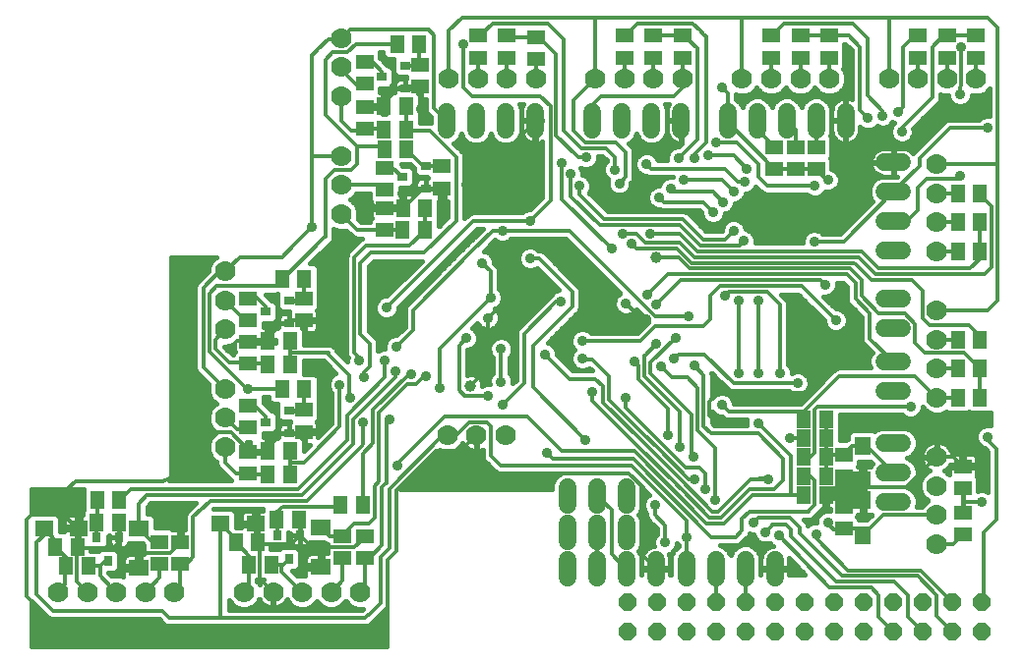
<source format=gbl>
G75*
G70*
%OFA0B0*%
%FSLAX24Y24*%
%IPPOS*%
%LPD*%
%AMOC8*
5,1,8,0,0,1.08239X$1,22.5*
%
%ADD10R,0.0512X0.0591*%
%ADD11R,0.0310X0.0350*%
%ADD12R,0.0630X0.0551*%
%ADD13R,0.0591X0.0512*%
%ADD14C,0.0600*%
%ADD15R,0.0551X0.0630*%
%ADD16OC8,0.0600*%
%ADD17R,0.0709X0.0551*%
%ADD18C,0.0700*%
%ADD19R,0.0350X0.0310*%
%ADD20C,0.0120*%
%ADD21C,0.0160*%
%ADD22C,0.0357*%
%ADD23C,0.0500*%
%ADD24C,0.0396*%
D10*
X002022Y003367D03*
X002770Y003367D03*
X002417Y004030D03*
X001669Y004030D03*
X003065Y004863D03*
X003813Y004863D03*
X003835Y005621D03*
X003087Y005621D03*
X007780Y004166D03*
X008528Y004166D03*
X009158Y004954D03*
X009906Y004954D03*
X011323Y005446D03*
X012071Y005446D03*
X009610Y006479D03*
X008862Y006479D03*
X008862Y007267D03*
X009610Y007267D03*
X009354Y009383D03*
X010102Y009383D03*
X009610Y010219D03*
X008862Y010219D03*
X008862Y011007D03*
X009610Y011007D03*
X009354Y013123D03*
X010102Y013123D03*
X013435Y014778D03*
X014183Y014778D03*
X014191Y015526D03*
X013443Y015526D03*
X013563Y017524D03*
X012815Y017524D03*
X012799Y018192D03*
X013547Y018192D03*
X013547Y018979D03*
X012799Y018979D03*
X013242Y021095D03*
X013990Y021095D03*
X032238Y016026D03*
X032986Y016026D03*
X032986Y015042D03*
X032238Y015042D03*
X032238Y014058D03*
X032986Y014058D03*
X032986Y011056D03*
X032238Y011056D03*
X032238Y010072D03*
X032986Y010072D03*
X032986Y009087D03*
X032238Y009087D03*
X027770Y008349D03*
X027022Y008349D03*
X027022Y007710D03*
X027770Y007710D03*
X027770Y007070D03*
X027022Y007070D03*
X027022Y006430D03*
X027022Y005790D03*
X027770Y005790D03*
X027770Y006430D03*
X008971Y003428D03*
X008222Y003428D03*
D11*
X009571Y003619D03*
X009951Y004419D03*
X009191Y004419D03*
X003827Y004352D03*
X003067Y004352D03*
X003447Y003552D03*
D12*
X002453Y004660D03*
X001272Y004660D03*
X007268Y004806D03*
X008449Y004806D03*
D13*
X005892Y004194D03*
X005183Y004198D03*
X005183Y003450D03*
X005892Y003446D03*
X008203Y006499D03*
X008203Y007247D03*
X008203Y008074D03*
X008203Y008822D03*
X008203Y010239D03*
X008203Y010987D03*
X008203Y011715D03*
X008203Y012463D03*
X010073Y012463D03*
X010073Y011715D03*
X010073Y008674D03*
X010073Y007926D03*
X011402Y004393D03*
X012140Y004393D03*
X012140Y003645D03*
X011402Y003645D03*
X012831Y014778D03*
X012831Y015526D03*
X012829Y016145D03*
X012829Y016893D03*
X012140Y018211D03*
X012140Y018960D03*
X012140Y019737D03*
X012140Y020485D03*
X014010Y020387D03*
X014010Y019639D03*
X015978Y020623D03*
X015978Y021371D03*
X016963Y021371D03*
X016963Y020623D03*
X017947Y020574D03*
X017947Y021322D03*
X020949Y021371D03*
X020949Y020623D03*
X021933Y020623D03*
X021933Y021371D03*
X022917Y021371D03*
X022917Y020623D03*
X025919Y020623D03*
X025919Y021371D03*
X026904Y021371D03*
X027888Y021371D03*
X027888Y020623D03*
X026904Y020623D03*
X030890Y020623D03*
X030890Y021371D03*
X031874Y021371D03*
X031874Y020623D03*
X032858Y020623D03*
X032858Y021371D03*
X027445Y017582D03*
X026756Y017582D03*
X026035Y017587D03*
X026035Y016839D03*
X026756Y016834D03*
X027445Y016834D03*
X014748Y016942D03*
X014748Y016194D03*
X028378Y007156D03*
X028378Y006408D03*
X028382Y005385D03*
X028382Y004637D03*
X032415Y004432D03*
X032415Y005180D03*
X032415Y006007D03*
X032415Y006755D03*
D14*
X030353Y006538D02*
X029753Y006538D01*
X029753Y007538D02*
X030353Y007538D01*
X030353Y009310D02*
X029753Y009310D01*
X029753Y010310D02*
X030353Y010310D01*
X030353Y011436D02*
X029753Y011436D01*
X029753Y012436D02*
X030353Y012436D01*
X030363Y014078D02*
X029763Y014078D01*
X029763Y015078D02*
X030363Y015078D01*
X030363Y016078D02*
X029763Y016078D01*
X029763Y017078D02*
X030363Y017078D01*
X028441Y018187D02*
X028441Y018787D01*
X027441Y018787D02*
X027441Y018187D01*
X026441Y018187D02*
X026441Y018787D01*
X025441Y018787D02*
X025441Y018187D01*
X024441Y018187D02*
X024441Y018787D01*
X022862Y018787D02*
X022862Y018187D01*
X021862Y018187D02*
X021862Y018787D01*
X020862Y018787D02*
X020862Y018187D01*
X019862Y018187D02*
X019862Y018787D01*
X017921Y018787D02*
X017921Y018187D01*
X016921Y018187D02*
X016921Y018787D01*
X015921Y018787D02*
X015921Y018187D01*
X014921Y018187D02*
X014921Y018787D01*
X019014Y006041D02*
X019014Y005441D01*
X019014Y004811D02*
X019014Y004211D01*
X019006Y003580D02*
X019006Y002980D01*
X020006Y002980D02*
X020006Y003580D01*
X020014Y004211D02*
X020014Y004811D01*
X020014Y005441D02*
X020014Y006041D01*
X021014Y006041D02*
X021014Y005441D01*
X021014Y004811D02*
X021014Y004211D01*
X021006Y003580D02*
X021006Y002980D01*
X022006Y002980D02*
X022006Y003580D01*
X023041Y003580D02*
X023041Y002980D01*
X024041Y002980D02*
X024041Y003580D01*
X025041Y003580D02*
X025041Y002980D01*
X026041Y002980D02*
X026041Y003580D01*
X029753Y005538D02*
X030353Y005538D01*
D15*
X029028Y005599D03*
X029012Y006267D03*
X029012Y007448D03*
X029028Y004418D03*
D16*
X029051Y002156D03*
X028051Y002156D03*
X027051Y002156D03*
X026051Y002156D03*
X025051Y002156D03*
X024051Y002156D03*
X023051Y002156D03*
X022051Y002156D03*
X021051Y002156D03*
X021051Y001156D03*
X022051Y001156D03*
X023051Y001156D03*
X024051Y001156D03*
X025051Y001156D03*
X026051Y001156D03*
X027051Y001156D03*
X028051Y001156D03*
X029051Y001156D03*
X030051Y001156D03*
X031051Y001156D03*
X032051Y001156D03*
X033051Y001156D03*
X033051Y002156D03*
X032051Y002156D03*
X031051Y002156D03*
X030051Y002156D03*
D17*
X010663Y003349D03*
X010663Y004688D03*
X004494Y004654D03*
X004494Y003316D03*
D18*
X004709Y002493D03*
X005693Y002493D03*
X003724Y002493D03*
X002740Y002493D03*
X001756Y002493D03*
X008055Y002493D03*
X009039Y002493D03*
X010024Y002493D03*
X011008Y002493D03*
X011992Y002493D03*
X007415Y007414D03*
X007415Y008399D03*
X007415Y009383D03*
X007415Y011400D03*
X007415Y012385D03*
X007415Y013369D03*
X011360Y015316D03*
X011360Y016300D03*
X011360Y017284D03*
X011352Y019324D03*
X011352Y020308D03*
X011352Y021292D03*
X014994Y019914D03*
X015978Y019914D03*
X016963Y019914D03*
X017947Y019914D03*
X019965Y019914D03*
X020949Y019914D03*
X021933Y019914D03*
X022917Y019914D03*
X024935Y019914D03*
X025919Y019914D03*
X026904Y019914D03*
X027888Y019914D03*
X029906Y019914D03*
X030890Y019914D03*
X031874Y019914D03*
X032858Y019914D03*
X031530Y017011D03*
X031530Y016026D03*
X031530Y015042D03*
X031530Y014058D03*
X031530Y012040D03*
X031530Y011056D03*
X031530Y010072D03*
X031530Y009087D03*
X031530Y007070D03*
X031530Y006086D03*
X031530Y005101D03*
X031530Y004117D03*
X016913Y007808D03*
X015929Y007808D03*
X014945Y007808D03*
D19*
X009587Y007881D03*
X008787Y008261D03*
X009587Y008641D03*
X009587Y011621D03*
X008787Y012001D03*
X009587Y012381D03*
X014213Y016198D03*
X014213Y016958D03*
X013413Y016578D03*
X013524Y019593D03*
X012724Y019973D03*
X013524Y020353D03*
D20*
X013977Y020353D01*
X013990Y020406D02*
X013990Y021095D01*
X014305Y021587D02*
X014502Y021391D01*
X014502Y018906D01*
X014921Y018487D01*
X014354Y018143D02*
X013597Y018143D01*
X013547Y018192D01*
X013547Y018979D01*
X014059Y018881D02*
X014059Y019570D01*
X014010Y019619D01*
X013321Y019619D01*
X012829Y019127D01*
X012829Y018930D01*
X012799Y018960D01*
X012799Y018979D02*
X012927Y019107D01*
X012927Y019225D02*
X013295Y019593D01*
X013524Y019593D01*
X013569Y019639D02*
X014010Y019639D01*
X014994Y019914D02*
X014994Y021538D01*
X015437Y021981D01*
X019965Y021981D01*
X019965Y019914D01*
X019226Y019176D01*
X019226Y018143D01*
X019623Y017746D01*
X020661Y017746D01*
X020977Y017430D01*
X020977Y016572D01*
X020770Y016365D01*
X020620Y016826D02*
X020622Y016828D01*
X020622Y017250D01*
X020319Y017552D01*
X019472Y017552D01*
X018882Y018143D01*
X018882Y021243D01*
X018341Y021784D01*
X016471Y021784D01*
X016057Y021371D01*
X015978Y021371D01*
X015486Y021095D02*
X015486Y020210D01*
X015486Y019619D01*
X015782Y019324D01*
X016126Y019324D01*
X017209Y019324D01*
X018095Y019324D01*
X018439Y018979D01*
X018439Y015780D01*
X017750Y015091D01*
X015831Y015091D01*
X012878Y012139D01*
X012927Y011745D02*
X012484Y011745D01*
X012927Y011745D02*
X013272Y011400D01*
X013788Y011377D02*
X013222Y010811D01*
X012832Y010348D02*
X012827Y009775D01*
X011549Y008497D01*
X011549Y007660D01*
X009876Y005987D01*
X004217Y005987D01*
X003850Y005621D01*
X003835Y005621D01*
X004494Y005477D02*
X004758Y005790D01*
X010024Y005790D01*
X011746Y007513D01*
X011746Y008349D01*
X013189Y009792D01*
X013189Y009977D01*
X013638Y009897D02*
X013712Y009897D01*
X013638Y009897D02*
X012435Y008694D01*
X012435Y007562D01*
X012071Y007198D01*
X012071Y005446D01*
X012484Y005003D02*
X012484Y006086D01*
X012632Y006233D01*
X012632Y008595D01*
X013572Y009536D01*
X013870Y009536D01*
X014163Y009829D01*
X014225Y009829D01*
X014695Y009401D02*
X014695Y010757D01*
X014794Y010856D01*
X016421Y012483D01*
X016421Y013221D01*
X016421Y013369D01*
X016126Y013664D01*
X015831Y014107D02*
X016471Y014747D01*
X016815Y014747D01*
X019079Y014747D01*
X020211Y013615D01*
X021982Y011843D01*
X022967Y011843D01*
X023114Y011843D01*
X023606Y011499D02*
X023852Y011745D01*
X023852Y012532D01*
X024197Y012877D01*
X026947Y012877D01*
X028109Y011715D01*
X028774Y012434D02*
X029266Y011942D01*
X029266Y011097D01*
X030053Y010310D01*
X030299Y009826D02*
X030791Y009826D01*
X031530Y009087D01*
X032238Y009087D01*
X032986Y009087D02*
X032986Y010072D01*
X032986Y010091D01*
X032465Y010613D01*
X031136Y010613D01*
X030791Y010958D01*
X030791Y011597D01*
X030447Y011942D01*
X029561Y011942D01*
X028971Y012532D01*
X028971Y013074D01*
X028577Y013467D01*
X023163Y013467D01*
X022770Y013861D01*
X022032Y013861D01*
X022425Y013271D02*
X028478Y013271D01*
X028774Y012975D01*
X028774Y012434D01*
X029315Y013074D02*
X028774Y013615D01*
X028724Y013664D01*
X023213Y013664D01*
X022721Y014156D01*
X021343Y014156D01*
X021195Y014304D01*
X021343Y014649D02*
X021638Y014353D01*
X021884Y014353D01*
X021933Y014353D01*
X022819Y014353D01*
X023311Y013861D01*
X028872Y013861D01*
X029463Y013271D01*
X030939Y013271D01*
X033154Y013271D01*
X033203Y013320D01*
X033400Y013517D01*
X033400Y015584D01*
X032986Y015997D01*
X032986Y016026D01*
X032238Y016026D02*
X031530Y016026D01*
X031185Y016519D02*
X032219Y016519D01*
X032317Y016617D01*
X031530Y017011D02*
X033597Y017011D01*
X033597Y012385D01*
X033252Y012040D01*
X031530Y012040D01*
X031284Y011548D02*
X031037Y011794D01*
X031037Y012729D01*
X030693Y013074D01*
X029315Y013074D01*
X029561Y013467D02*
X028971Y014058D01*
X023410Y014058D01*
X022819Y014649D01*
X021835Y014649D01*
X021343Y014649D02*
X020900Y014649D01*
X020900Y014944D02*
X020112Y014944D01*
X019128Y015928D01*
X019128Y016666D01*
X018833Y017060D02*
X018833Y015830D01*
X020506Y014156D01*
X020900Y014944D02*
X021146Y014944D01*
X022819Y014944D01*
X023508Y014255D01*
X024738Y014255D01*
X024838Y014255D01*
X024986Y014402D01*
X024643Y014750D02*
X024345Y014452D01*
X023606Y014452D01*
X022917Y015141D01*
X021244Y015141D01*
X021195Y015141D01*
X020358Y015141D01*
X020309Y015141D01*
X020260Y015141D01*
X019423Y015977D01*
X019423Y016273D01*
X019390Y017241D02*
X019325Y017306D01*
X018636Y017995D01*
X018636Y020751D01*
X018065Y021322D01*
X017947Y021322D01*
X017012Y021322D01*
X016963Y021371D01*
X016963Y020623D02*
X016963Y019914D01*
X017947Y019914D02*
X017947Y020574D01*
X015978Y020623D02*
X015978Y019914D01*
X017947Y018487D02*
X015775Y016315D01*
X015573Y016315D01*
X014896Y016046D02*
X014748Y016194D01*
X014744Y016198D01*
X014213Y016198D01*
X014114Y016198D01*
X013443Y015526D01*
X013419Y015550D01*
X013419Y016026D01*
X012829Y016145D02*
X012673Y016300D01*
X011360Y016300D01*
X011106Y016814D02*
X010814Y016522D01*
X010814Y014551D01*
X010764Y014501D01*
X010762Y014501D01*
X009384Y013123D01*
X009354Y013123D01*
X009108Y012877D01*
X007120Y012877D01*
X006874Y012631D01*
X006874Y010662D01*
X008154Y009383D01*
X008203Y009383D01*
X009354Y009383D01*
X010102Y009383D02*
X010102Y008704D01*
X010073Y008674D01*
X010028Y007881D02*
X009587Y007881D01*
X009563Y007857D01*
X009335Y007857D01*
X008862Y007385D01*
X008203Y007316D02*
X007612Y007906D01*
X006825Y007906D01*
X006480Y007562D01*
X005545Y006332D01*
X005299Y006233D01*
X002347Y006233D01*
X001116Y005150D01*
X000880Y005150D01*
X000681Y004951D01*
X000681Y002335D01*
X000673Y002345D02*
X001858Y001161D01*
X006333Y001161D01*
X006364Y001192D01*
X012110Y001192D01*
X012153Y001235D01*
X012162Y001235D01*
X012240Y001313D01*
X012248Y001313D01*
X012931Y001996D01*
X012931Y003596D01*
X013222Y003888D01*
X013222Y005938D01*
X014551Y007267D01*
X015388Y007267D01*
X016126Y006528D01*
X021097Y006528D01*
X021589Y006036D01*
X021589Y003723D01*
X022032Y003280D01*
X022006Y003280D01*
X021006Y003280D02*
X020998Y003280D01*
X020506Y003773D01*
X020506Y005298D01*
X020014Y005741D01*
X020014Y004511D02*
X020014Y003288D01*
X020006Y003280D01*
X022327Y004166D02*
X022327Y004757D01*
X021982Y005101D01*
X021982Y005446D01*
X022725Y006130D02*
X022720Y006136D01*
X021399Y007456D01*
X021392Y007463D01*
X019866Y008989D01*
X019866Y009284D01*
X020223Y009468D02*
X020223Y008927D01*
X021441Y007710D01*
X021471Y007679D01*
X022819Y006332D01*
X023921Y005230D01*
X024128Y005230D01*
X025228Y006330D01*
X025828Y006330D01*
X025526Y006332D01*
X025178Y005980D02*
X024228Y005030D01*
X023828Y005030D01*
X022878Y005980D01*
X022728Y006130D01*
X022725Y006130D01*
X023116Y006330D02*
X023328Y006330D01*
X023116Y006330D02*
X022073Y007373D01*
X021590Y007856D01*
X020427Y009019D01*
X020427Y009814D01*
X019844Y010396D01*
X019542Y010396D01*
X019522Y010416D01*
X019522Y011007D02*
X021490Y011007D01*
X021982Y011499D01*
X023606Y011499D01*
X022671Y011105D02*
X021835Y010269D01*
X021828Y010262D01*
X021828Y009930D01*
X023228Y008530D01*
X023228Y007380D01*
X023228Y007130D01*
X023278Y007080D01*
X023474Y006730D02*
X023011Y006730D01*
X021884Y007857D01*
X020997Y008744D01*
X020997Y009081D01*
X020223Y009468D02*
X019966Y009725D01*
X019081Y009725D01*
X018242Y010564D01*
X017848Y010859D02*
X017848Y009432D01*
X019620Y007660D01*
X018833Y007267D02*
X021293Y007267D01*
X023730Y004830D01*
X024328Y004830D01*
X025278Y005780D01*
X025428Y005780D01*
X026578Y005780D01*
X026578Y007130D01*
X025478Y008230D01*
X025478Y007880D02*
X026328Y007030D01*
X026328Y006580D01*
X026328Y006280D01*
X026028Y005980D01*
X025178Y005980D01*
X025378Y005780D02*
X025428Y005780D01*
X025180Y005230D02*
X027178Y005230D01*
X027228Y005280D01*
X027394Y005446D01*
X027396Y005446D01*
X027396Y006282D01*
X027248Y006430D01*
X027022Y006430D01*
X027022Y005790D02*
X027003Y005772D01*
X026578Y005772D01*
X026578Y005780D01*
X026678Y005780D01*
X026578Y005780D02*
X026578Y005772D01*
X027022Y005790D02*
X027051Y005761D01*
X027770Y005790D02*
X027819Y005839D01*
X027839Y005839D01*
X027770Y005790D02*
X027976Y005790D01*
X028173Y005987D01*
X028429Y005987D01*
X028282Y005987D01*
X027976Y005790D02*
X028382Y005385D01*
X028813Y005385D01*
X029028Y005599D01*
X029028Y006036D01*
X030496Y006036D01*
X031530Y007070D01*
X032100Y007070D01*
X032415Y006755D01*
X033252Y007660D02*
X033547Y007365D01*
X033547Y004954D01*
X033104Y004511D01*
X033104Y002210D01*
X033051Y002156D01*
X032051Y002156D02*
X030976Y003231D01*
X028528Y003231D01*
X027444Y004315D01*
X027444Y004462D01*
X026878Y004487D02*
X026878Y004680D01*
X026553Y005005D01*
X025478Y005005D01*
X025476Y005005D02*
X025318Y004847D01*
X024935Y004985D02*
X024935Y004579D01*
X024719Y004363D01*
X023902Y004363D01*
X021244Y007021D01*
X018522Y007021D01*
X018318Y007224D01*
X018833Y007267D02*
X017652Y008448D01*
X014847Y008448D01*
X013252Y006853D01*
X013252Y006783D01*
X012878Y006332D02*
X012878Y008251D01*
X012976Y008349D01*
X012091Y008251D02*
X012091Y007513D01*
X012041Y007463D01*
X010171Y005593D01*
X006923Y005593D01*
X006874Y005544D01*
X006333Y005052D01*
X006333Y003674D01*
X006104Y003446D01*
X005892Y003446D01*
X005892Y003430D01*
X005890Y003428D01*
X005890Y002690D01*
X005693Y002493D01*
X005183Y002967D02*
X005183Y003450D01*
X005183Y002967D02*
X004709Y002493D01*
X005292Y001852D02*
X005522Y001621D01*
X007268Y001621D01*
X007268Y001668D01*
X007320Y001616D01*
X007282Y001616D01*
X007267Y001631D01*
X007268Y001668D02*
X007268Y004806D01*
X007780Y004294D01*
X007780Y004166D01*
X008222Y003723D01*
X008222Y003428D01*
X008222Y002660D01*
X008055Y002493D01*
X008597Y002936D02*
X008597Y004117D01*
X009649Y004117D01*
X009951Y004419D01*
X010351Y004019D01*
X010663Y004019D01*
X010663Y003349D01*
X010663Y004019D02*
X011795Y004019D01*
X012140Y004363D01*
X012140Y004393D01*
X012287Y004806D02*
X011795Y004806D01*
X011402Y004412D01*
X011402Y004393D01*
X010959Y004393D01*
X010663Y004688D01*
X009951Y004908D02*
X009951Y004419D01*
X009951Y004908D02*
X009906Y004954D01*
X009384Y005397D02*
X011175Y005397D01*
X011323Y005446D01*
X012287Y004806D02*
X012484Y005003D01*
X012730Y004068D02*
X012307Y003645D01*
X012140Y003645D01*
X012140Y002641D01*
X011992Y002493D01*
X011402Y002887D02*
X011008Y002493D01*
X011402Y002887D02*
X011402Y003645D01*
X012680Y003679D02*
X012680Y002100D01*
X012291Y001711D01*
X012266Y001711D01*
X012222Y001668D01*
X012214Y001668D01*
X012162Y001616D01*
X007320Y001616D01*
X008597Y002936D02*
X009039Y002493D01*
X009039Y003182D02*
X009039Y003359D01*
X009089Y003408D01*
X009089Y003428D01*
X009039Y003428D01*
X009089Y003428D02*
X009335Y003428D01*
X009335Y003182D01*
X010024Y002493D01*
X009380Y003428D02*
X009335Y003428D01*
X009380Y003428D02*
X009571Y003619D01*
X009161Y003619D02*
X008971Y003428D01*
X009039Y003359D01*
X008597Y004117D02*
X008547Y004166D01*
X008528Y004166D01*
X008449Y004245D01*
X008449Y004806D01*
X008498Y004855D01*
X008498Y005200D01*
X009138Y005200D02*
X009138Y004973D01*
X009158Y004954D01*
X009191Y004920D01*
X009191Y004419D01*
X009187Y005200D02*
X009335Y005347D01*
X009384Y005397D01*
X009187Y005200D02*
X009138Y005200D01*
X008862Y006479D02*
X008222Y006479D01*
X008203Y006499D01*
X007789Y006499D01*
X007415Y006873D01*
X007415Y007414D01*
X007809Y008005D02*
X007415Y008399D01*
X007809Y008005D02*
X008134Y008005D01*
X008787Y008261D02*
X008793Y008267D01*
X008793Y008448D01*
X008419Y008822D01*
X008203Y008822D01*
X007415Y009383D02*
X006677Y010121D01*
X006677Y012828D01*
X007219Y013369D01*
X007415Y013369D01*
X007911Y013864D01*
X009343Y013864D01*
X009728Y014249D01*
X009728Y014255D01*
X010368Y014895D01*
X010368Y017257D01*
X010396Y017284D01*
X011360Y017284D01*
X011106Y016814D02*
X011697Y016814D01*
X011894Y017011D01*
X011894Y017610D01*
X012729Y017610D01*
X012815Y017524D01*
X012829Y016893D02*
X013098Y016893D01*
X013413Y016578D01*
X014130Y016958D02*
X013563Y017524D01*
X014130Y016958D02*
X014213Y016958D01*
X014207Y016964D01*
X014207Y017011D01*
X014276Y016942D01*
X014748Y016942D01*
X015240Y017257D02*
X014354Y018143D01*
X015240Y017257D02*
X015240Y015091D01*
X014158Y014009D01*
X012337Y014009D01*
X011992Y013664D01*
X011993Y013664D01*
X011993Y011238D01*
X012314Y010916D01*
X012314Y010165D01*
X012112Y009963D01*
X012112Y009797D01*
X011618Y009850D02*
X011618Y009105D01*
X011655Y009068D01*
X011303Y009530D02*
X011303Y008103D01*
X010417Y007217D01*
X010073Y006873D01*
X009630Y006873D01*
X009610Y006853D01*
X009610Y006479D01*
X009610Y006893D02*
X009610Y007267D01*
X008203Y007247D02*
X008203Y007316D01*
X004494Y005477D02*
X004494Y004654D01*
X004951Y004198D01*
X005183Y004198D01*
X005545Y003822D02*
X004463Y003822D01*
X004494Y003790D01*
X004494Y003316D01*
X004463Y003822D02*
X003774Y003822D01*
X003626Y003969D01*
X002478Y003969D01*
X002417Y004030D01*
X002406Y004019D01*
X002396Y004019D01*
X002445Y003969D01*
X002445Y004019D02*
X002453Y004026D01*
X002453Y004068D01*
X002417Y004032D01*
X002417Y004030D01*
X002433Y004276D01*
X002445Y004265D01*
X002398Y004217D01*
X002453Y004068D02*
X002453Y004660D01*
X002394Y004660D02*
X001904Y005150D01*
X001116Y005150D01*
X001272Y004660D02*
X001272Y004418D01*
X001034Y004180D01*
X001034Y002407D01*
X001588Y001852D01*
X005292Y001852D01*
X003724Y002493D02*
X003528Y002690D01*
X003183Y003034D01*
X003183Y003379D01*
X003171Y003367D01*
X002770Y003367D01*
X003183Y003379D02*
X003356Y003552D01*
X003447Y003552D01*
X003626Y003969D02*
X003827Y004170D01*
X003827Y004352D01*
X003813Y004365D01*
X003813Y004863D01*
X003087Y004885D02*
X003087Y005621D01*
X003065Y004863D02*
X003065Y004353D01*
X003067Y004352D01*
X002396Y004019D02*
X002396Y002837D01*
X002740Y002493D01*
X002002Y002739D02*
X001756Y002493D01*
X002002Y002739D02*
X002002Y003379D01*
X002010Y003379D01*
X002022Y003367D01*
X002022Y003678D01*
X001669Y004030D01*
X001669Y004263D01*
X001272Y004660D01*
X005545Y003822D02*
X005917Y004194D01*
X005892Y004194D01*
X012680Y003679D02*
X012979Y003978D01*
X012979Y005984D01*
X012976Y005987D01*
X014797Y007808D01*
X014945Y007808D01*
X015240Y007808D01*
X015683Y008251D01*
X016274Y008251D01*
X016421Y008103D01*
X016421Y007119D01*
X016766Y006774D01*
X021195Y006774D01*
X023065Y004904D01*
X023065Y004363D01*
X023065Y003304D01*
X023041Y003280D01*
X024041Y003280D02*
X024041Y002166D01*
X024051Y002156D01*
X025041Y002166D02*
X025041Y003280D01*
X025041Y002166D02*
X025051Y002156D01*
X026184Y004403D02*
X027888Y002649D01*
X027888Y002641D01*
X029315Y002641D01*
X029561Y002395D01*
X029561Y001647D01*
X030051Y001156D01*
X030545Y001662D02*
X030545Y002395D01*
X030102Y002837D01*
X028134Y002837D01*
X028121Y002837D01*
X026578Y004380D01*
X026578Y004630D01*
X026428Y004780D01*
X025965Y004780D01*
X025915Y004730D01*
X025716Y004531D01*
X025180Y005230D02*
X024935Y004985D01*
X024028Y005630D02*
X024028Y007380D01*
X023428Y007980D01*
X023428Y009430D01*
X023078Y009780D01*
X022540Y009780D01*
X022178Y010143D01*
X022622Y010416D02*
X022770Y010564D01*
X023656Y010564D01*
X024640Y009580D01*
X024641Y009580D01*
X026805Y009580D01*
X026215Y009924D02*
X026215Y012237D01*
X025772Y012680D01*
X024492Y012680D01*
X024345Y012532D01*
X024828Y012380D02*
X024828Y009930D01*
X025478Y009930D02*
X025478Y012359D01*
X025487Y012367D01*
X027593Y013074D02*
X027740Y012926D01*
X027593Y013074D02*
X022868Y013074D01*
X022032Y012237D01*
X021736Y012582D02*
X022425Y013271D01*
X020998Y012286D02*
X021539Y011745D01*
X021687Y011745D01*
X022032Y010908D02*
X021638Y010515D01*
X021628Y010505D01*
X021628Y009830D01*
X022828Y008630D01*
X022828Y007730D01*
X022828Y007430D01*
X022428Y007830D02*
X022428Y008730D01*
X021428Y009730D01*
X021428Y010183D01*
X021293Y010318D01*
X023311Y010170D02*
X023628Y009853D01*
X023628Y008130D01*
X023878Y007880D01*
X025478Y007880D01*
X024620Y008615D02*
X024472Y008615D01*
X024246Y008841D01*
X024102Y009235D02*
X023828Y008961D01*
X023828Y008930D02*
X023828Y008478D01*
X023876Y008430D01*
X024004Y008302D01*
X024620Y008615D02*
X027022Y008615D01*
X027543Y009137D01*
X028232Y009826D01*
X030299Y009826D01*
X030644Y008792D02*
X029709Y008792D01*
X027494Y008792D01*
X027396Y008694D01*
X027396Y008546D01*
X027396Y007217D01*
X027248Y007070D01*
X027022Y007070D01*
X027770Y007070D02*
X027856Y007156D01*
X028378Y007156D01*
X028669Y007448D01*
X029012Y007448D01*
X029144Y007448D01*
X030053Y006538D01*
X029012Y006521D02*
X029012Y006267D01*
X028870Y006408D01*
X028724Y006408D01*
X028724Y006381D01*
X028675Y006332D01*
X028724Y006408D02*
X028378Y006408D01*
X028380Y006406D01*
X028380Y006381D01*
X028331Y006430D01*
X027770Y006430D02*
X027770Y007070D01*
X027770Y007710D01*
X027770Y008349D01*
X027022Y008349D02*
X027022Y008615D01*
X027100Y009235D02*
X027559Y009693D01*
X027559Y010016D01*
X027100Y009235D02*
X024102Y009235D01*
X026559Y007710D02*
X027022Y007710D01*
X027051Y007710D01*
X029012Y007448D02*
X029234Y007670D01*
X029012Y006267D02*
X029028Y006251D01*
X029028Y006036D01*
X029711Y005101D02*
X031530Y005101D01*
X031505Y005077D01*
X032415Y005544D02*
X033055Y005544D01*
X032415Y004432D02*
X032100Y004117D01*
X031530Y004117D01*
X030890Y003034D02*
X028331Y003034D01*
X026878Y004487D01*
X027839Y004856D02*
X028035Y004609D01*
X028354Y004609D01*
X028382Y004637D01*
X028809Y004637D01*
X029028Y004418D01*
X029711Y005101D01*
X030890Y003034D02*
X031530Y002395D01*
X031530Y001678D01*
X032051Y001156D01*
X031051Y001156D02*
X030545Y001662D01*
X023678Y005980D02*
X023678Y006330D01*
X023678Y006430D01*
X023678Y006526D02*
X023678Y006330D01*
X023678Y006526D02*
X023474Y006730D01*
X019177Y012188D02*
X017848Y010859D01*
X017553Y011253D02*
X018636Y012336D01*
X018784Y012336D01*
X019177Y012188D02*
X019177Y012680D01*
X018045Y013812D01*
X017750Y013812D01*
X017160Y013320D02*
X017160Y012631D01*
X016323Y011794D01*
X016323Y010072D01*
X015732Y009481D01*
X015535Y009137D02*
X015339Y009334D01*
X015339Y010859D01*
X015585Y011105D01*
X016766Y010737D02*
X016766Y009629D01*
X016323Y009137D02*
X015535Y009137D01*
X016815Y008841D02*
X017553Y009580D01*
X017553Y011253D01*
X015831Y014107D02*
X013813Y012089D01*
X013788Y012064D01*
X013788Y011377D01*
X011958Y010452D02*
X011958Y010334D01*
X011958Y010452D02*
X011791Y010619D01*
X011791Y012971D01*
X011795Y012975D01*
X011795Y013861D01*
X012189Y014255D01*
X013665Y014255D01*
X014207Y014796D01*
X014197Y014786D01*
X014191Y014786D01*
X014183Y014778D01*
X014191Y014786D02*
X014191Y015526D01*
X014896Y015633D02*
X014896Y016046D01*
X013443Y015526D02*
X012831Y015526D01*
X012345Y015526D01*
X012337Y015534D01*
X011898Y014778D02*
X011360Y015316D01*
X011898Y014778D02*
X012831Y014778D01*
X013435Y014778D01*
X011500Y013910D02*
X011500Y012336D01*
X010860Y011696D01*
X010093Y011696D01*
X010073Y011715D01*
X009681Y011715D01*
X009587Y011621D01*
X009358Y011621D01*
X008941Y011204D01*
X008941Y011086D01*
X008941Y011054D01*
X008915Y011028D01*
X007830Y011028D01*
X007563Y010761D01*
X007071Y010761D02*
X007071Y011056D01*
X007415Y011400D01*
X008085Y011715D02*
X007415Y012385D01*
X008203Y012463D02*
X008419Y012562D01*
X008793Y012188D01*
X008793Y012007D01*
X008787Y012001D01*
X008203Y011715D02*
X008085Y011715D01*
X008203Y010987D02*
X008774Y010987D01*
X009610Y011007D02*
X009610Y010633D01*
X009610Y010219D01*
X009630Y010613D02*
X010910Y010613D01*
X010910Y010559D01*
X011618Y009850D01*
X008843Y010239D02*
X008203Y010239D01*
X008173Y010269D01*
X007563Y010269D01*
X007071Y010761D01*
X010073Y012463D02*
X010102Y012493D01*
X010102Y013123D01*
X010368Y017257D02*
X010368Y020709D01*
X010378Y020719D01*
X010558Y020899D01*
X010565Y020899D01*
X010910Y021243D01*
X011303Y021243D01*
X011352Y021292D01*
X011648Y021587D01*
X014305Y021587D01*
X013242Y021095D02*
X011845Y021095D01*
X011549Y020800D01*
X011057Y020800D01*
X010811Y020554D01*
X010811Y018693D01*
X011894Y017610D01*
X011697Y018143D02*
X012091Y018143D01*
X012140Y018192D01*
X012140Y018211D01*
X012780Y018211D01*
X012780Y018960D02*
X012140Y018960D01*
X012120Y019717D02*
X011845Y019717D01*
X011352Y020210D01*
X011352Y020308D01*
X012140Y020485D02*
X012406Y020485D01*
X012730Y020160D01*
X012730Y019980D01*
X012724Y019973D01*
X012140Y019737D02*
X012120Y019717D01*
X011352Y019324D02*
X011352Y018487D01*
X011697Y018143D01*
X019390Y017241D02*
X019649Y017241D01*
X019862Y018487D02*
X019862Y019024D01*
X020161Y019324D01*
X022622Y019324D01*
X022917Y019619D01*
X022917Y019914D01*
X022917Y020623D01*
X023410Y020948D02*
X023410Y017995D01*
X023410Y017838D01*
X022783Y017212D01*
X023311Y017208D02*
X023311Y017355D01*
X023705Y017749D01*
X023705Y017946D01*
X023705Y021341D01*
X023631Y021415D01*
X023508Y021538D01*
X023262Y021784D01*
X021392Y021784D01*
X020978Y021371D01*
X020949Y021371D01*
X020949Y020623D02*
X020949Y019914D01*
X021933Y019914D02*
X021933Y020623D01*
X021933Y021371D02*
X022917Y021371D01*
X023035Y021371D01*
X023035Y021322D01*
X023410Y020948D01*
X023705Y021341D02*
X023631Y021415D01*
X024935Y021932D02*
X024984Y021981D01*
X029856Y021981D01*
X029906Y021932D01*
X029906Y019914D01*
X030398Y019274D02*
X030398Y018950D01*
X030228Y018780D01*
X029690Y018830D02*
X029690Y018664D01*
X029690Y018830D02*
X029173Y019347D01*
X029173Y021287D01*
X028675Y021784D01*
X026362Y021784D01*
X025949Y021371D01*
X025919Y021371D01*
X025919Y020623D02*
X025919Y019914D01*
X024935Y019914D02*
X024935Y021932D01*
X024984Y021981D02*
X019965Y021981D01*
X024246Y019619D02*
X024443Y019422D01*
X024443Y018684D01*
X024443Y018432D01*
X026035Y016839D01*
X026750Y016839D01*
X026756Y016834D01*
X027445Y016834D01*
X027445Y016814D01*
X027642Y016617D01*
X027839Y016469D01*
X027396Y016273D02*
X025772Y016273D01*
X025673Y016371D01*
X025476Y016568D01*
X025476Y017011D01*
X024738Y017749D01*
X024049Y017749D01*
X023803Y017306D02*
X024640Y017306D01*
X025083Y016863D01*
X025034Y016420D02*
X024787Y016420D01*
X024443Y016765D01*
X024345Y016863D01*
X024246Y016863D01*
X021858Y016863D01*
X021697Y017024D01*
X022967Y016469D02*
X024246Y016469D01*
X024640Y016076D01*
X024295Y015731D02*
X023951Y016076D01*
X022622Y016076D01*
X022524Y016174D01*
X022130Y015879D02*
X022278Y015731D01*
X023557Y015731D01*
X023606Y015731D01*
X023951Y015387D01*
X026032Y017587D02*
X026018Y017601D01*
X025441Y018178D01*
X025441Y018487D01*
X024443Y018487D02*
X024441Y018487D01*
X024443Y018487D02*
X024443Y018684D01*
X026032Y017587D02*
X026035Y017587D01*
X026756Y017582D02*
X026756Y018192D01*
X026461Y018487D01*
X026441Y018487D01*
X027441Y018487D02*
X027445Y018483D01*
X027445Y017582D01*
X028921Y018847D02*
X028921Y020997D01*
X028547Y021371D01*
X027888Y021371D01*
X026904Y021371D01*
X026904Y020623D02*
X026904Y019914D01*
X027888Y019914D02*
X027888Y020623D01*
X029856Y021981D02*
X033252Y021981D01*
X033597Y021637D01*
X033597Y017011D01*
X033252Y018241D02*
X031972Y018241D01*
X030939Y017208D01*
X030939Y016954D01*
X030063Y016078D01*
X028378Y014393D01*
X028365Y014380D01*
X027378Y014380D01*
X029561Y013467D02*
X030988Y013467D01*
X032661Y013467D01*
X032986Y013792D01*
X032986Y014058D01*
X032986Y015042D01*
X032238Y015042D02*
X031530Y015042D01*
X030890Y015436D02*
X030890Y016223D01*
X031185Y016519D01*
X030890Y015436D02*
X030532Y015078D01*
X030063Y015078D01*
X031530Y014058D02*
X032238Y014058D01*
X032612Y011548D02*
X031284Y011548D01*
X031530Y011056D02*
X032238Y011056D01*
X032612Y011548D02*
X032986Y011174D01*
X032986Y011056D01*
X032238Y010072D02*
X031530Y010072D01*
X033252Y007759D02*
X033252Y007660D01*
X030349Y018119D02*
X030349Y018242D01*
X031382Y019274D01*
X031382Y020997D01*
X031756Y021371D01*
X031874Y021371D01*
X032858Y021371D01*
X032366Y020997D02*
X032366Y019668D01*
X032317Y019619D01*
X032317Y019373D01*
X031874Y019914D02*
X031874Y020623D01*
X030890Y020623D02*
X030890Y019914D01*
X030398Y019274D02*
X030398Y020997D01*
X030772Y021371D01*
X030890Y021371D01*
X032858Y020623D02*
X032858Y019914D01*
X029202Y018566D02*
X028921Y018847D01*
X015929Y007808D02*
X015388Y007267D01*
X012878Y006332D02*
X012878Y006184D01*
X012829Y006135D01*
X012730Y006036D01*
X012730Y004068D01*
D21*
X000863Y002181D02*
X000863Y000665D01*
X012883Y000665D01*
X012883Y001907D01*
X012529Y001552D01*
X012450Y001474D01*
X012406Y001455D01*
X012381Y001430D01*
X012366Y001424D01*
X012320Y001378D01*
X012217Y001336D01*
X007226Y001336D01*
X007213Y001341D01*
X005467Y001341D01*
X005364Y001384D01*
X005285Y001463D01*
X005176Y001572D01*
X001533Y001572D01*
X001430Y001615D01*
X001351Y001693D01*
X000863Y002181D01*
X000863Y002082D02*
X000962Y002082D01*
X000863Y001924D02*
X001121Y001924D01*
X001279Y001765D02*
X000863Y001765D01*
X000863Y001607D02*
X001449Y001607D01*
X000863Y001448D02*
X005300Y001448D01*
X007548Y001896D02*
X007548Y002228D01*
X007572Y002170D01*
X007732Y002010D01*
X007942Y001923D01*
X008169Y001923D01*
X008378Y002010D01*
X008538Y002170D01*
X008570Y002247D01*
X008586Y002215D01*
X008635Y002148D01*
X008694Y002089D01*
X008762Y002040D01*
X008836Y002002D01*
X008915Y001976D01*
X008998Y001963D01*
X009031Y001963D01*
X009031Y002484D01*
X009048Y002484D01*
X009048Y001963D01*
X009081Y001963D01*
X009164Y001976D01*
X009243Y002002D01*
X009317Y002040D01*
X009385Y002089D01*
X009444Y002148D01*
X009493Y002215D01*
X009509Y002247D01*
X009540Y002170D01*
X009701Y002010D01*
X009910Y001923D01*
X010137Y001923D01*
X010347Y002010D01*
X010507Y002170D01*
X010516Y002192D01*
X010525Y002170D01*
X010685Y002010D01*
X010895Y001923D01*
X011121Y001923D01*
X011331Y002010D01*
X011491Y002170D01*
X011500Y002192D01*
X011509Y002170D01*
X011669Y002010D01*
X011879Y001923D01*
X012082Y001923D01*
X012070Y001911D01*
X012055Y001905D01*
X012046Y001896D01*
X007548Y001896D01*
X007548Y001924D02*
X007941Y001924D01*
X008170Y001924D02*
X009909Y001924D01*
X010138Y001924D02*
X010893Y001924D01*
X011123Y001924D02*
X011878Y001924D01*
X011597Y002082D02*
X011403Y002082D01*
X010613Y002082D02*
X010419Y002082D01*
X009629Y002082D02*
X009375Y002082D01*
X009506Y002241D02*
X009511Y002241D01*
X009048Y002241D02*
X009031Y002241D01*
X009031Y002399D02*
X009048Y002399D01*
X009031Y002082D02*
X009048Y002082D01*
X008703Y002082D02*
X008450Y002082D01*
X008568Y002241D02*
X008573Y002241D01*
X008570Y002739D02*
X008538Y002816D01*
X008502Y002852D01*
X008502Y002913D01*
X008570Y002913D01*
X008597Y002940D01*
X008623Y002913D01*
X008715Y002913D01*
X008694Y002897D01*
X008635Y002838D01*
X008586Y002771D01*
X008570Y002739D01*
X008502Y002875D02*
X008671Y002875D01*
X009689Y003224D02*
X009817Y003224D01*
X009946Y003352D01*
X009946Y003885D01*
X009817Y004014D01*
X009325Y004014D01*
X009254Y003943D01*
X008964Y003943D01*
X008964Y004024D01*
X009437Y004024D01*
X009566Y004152D01*
X009566Y004499D01*
X009580Y004491D01*
X009616Y004481D01*
X009616Y004419D01*
X009951Y004419D01*
X009951Y004419D01*
X009951Y004774D01*
X009954Y004774D01*
X009954Y004906D01*
X009858Y004906D01*
X009858Y004774D01*
X009951Y004774D01*
X009951Y004419D01*
X009951Y004419D01*
X009951Y004064D01*
X010129Y004064D01*
X010175Y004076D01*
X010216Y004100D01*
X010250Y004133D01*
X010273Y004174D01*
X010278Y004192D01*
X010763Y004192D01*
X010800Y004155D01*
X010886Y004120D01*
X010886Y004046D01*
X010913Y004019D01*
X010886Y003992D01*
X010886Y003805D01*
X010721Y003805D01*
X010721Y003407D01*
X010606Y003407D01*
X010606Y003805D01*
X010285Y003805D01*
X010240Y003793D01*
X010199Y003769D01*
X010165Y003735D01*
X010141Y003694D01*
X010129Y003649D01*
X010129Y003407D01*
X010606Y003407D01*
X010606Y003291D01*
X010129Y003291D01*
X010129Y003063D01*
X009910Y003063D01*
X009867Y003045D01*
X009689Y003224D01*
X009721Y003192D02*
X010129Y003192D01*
X009943Y003350D02*
X010606Y003350D01*
X010606Y003509D02*
X010721Y003509D01*
X010721Y003667D02*
X010606Y003667D01*
X010886Y003826D02*
X009946Y003826D01*
X009946Y003667D02*
X010134Y003667D01*
X010129Y003509D02*
X009946Y003509D01*
X009846Y003984D02*
X010886Y003984D01*
X010831Y004143D02*
X010255Y004143D01*
X009951Y004143D02*
X009951Y004143D01*
X009951Y004064D02*
X009951Y004419D01*
X009951Y004419D01*
X009616Y004419D01*
X009616Y004220D01*
X009628Y004174D01*
X009652Y004133D01*
X009685Y004100D01*
X009726Y004076D01*
X009772Y004064D01*
X009951Y004064D01*
X009951Y004301D02*
X009951Y004301D01*
X009951Y004460D02*
X009951Y004460D01*
X009951Y004618D02*
X009951Y004618D01*
X009954Y004777D02*
X009858Y004777D01*
X009616Y004460D02*
X009566Y004460D01*
X009566Y004301D02*
X009616Y004301D01*
X009646Y004143D02*
X009556Y004143D01*
X009295Y003984D02*
X008964Y003984D01*
X008576Y004214D02*
X008480Y004214D01*
X008480Y004641D01*
X008391Y004641D01*
X008391Y004748D01*
X008507Y004748D01*
X008507Y004350D01*
X008576Y004350D01*
X008576Y004214D01*
X008576Y004301D02*
X008480Y004301D01*
X008480Y004460D02*
X008507Y004460D01*
X008507Y004618D02*
X008480Y004618D01*
X008391Y004748D02*
X007954Y004748D01*
X007954Y004681D01*
X007803Y004681D01*
X007803Y005173D01*
X007674Y005302D01*
X007023Y005302D01*
X007026Y005304D01*
X007033Y005307D01*
X007039Y005313D01*
X008682Y005313D01*
X008682Y005262D01*
X008507Y005262D01*
X008507Y004864D01*
X008391Y004864D01*
X008391Y005262D01*
X008110Y005262D01*
X008064Y005249D01*
X008023Y005226D01*
X007990Y005192D01*
X007966Y005151D01*
X007954Y005105D01*
X007954Y004864D01*
X008391Y004864D01*
X008391Y004748D01*
X008391Y004777D02*
X007803Y004777D01*
X007803Y004935D02*
X007954Y004935D01*
X007954Y005094D02*
X007803Y005094D01*
X007723Y005252D02*
X008075Y005252D01*
X008391Y005252D02*
X008507Y005252D01*
X008507Y005094D02*
X008391Y005094D01*
X008391Y004935D02*
X008507Y004935D01*
X008449Y004806D02*
X008400Y004806D01*
X006420Y005510D02*
X006180Y005292D01*
X006174Y005289D01*
X006139Y005255D01*
X006103Y005222D01*
X006100Y005216D01*
X006095Y005211D01*
X006077Y005165D01*
X006056Y005121D01*
X006055Y005114D01*
X006053Y005108D01*
X006053Y005059D01*
X006050Y005010D01*
X006053Y005003D01*
X006053Y004630D01*
X005940Y004630D01*
X005940Y004242D01*
X005844Y004242D01*
X005844Y004630D01*
X005613Y004630D01*
X005570Y004674D01*
X005068Y004674D01*
X005068Y005021D01*
X004940Y005150D01*
X004774Y005150D01*
X004774Y005375D01*
X004888Y005510D01*
X006420Y005510D01*
X006311Y005411D02*
X004804Y005411D01*
X004774Y005252D02*
X006136Y005252D01*
X006053Y005094D02*
X004996Y005094D01*
X005068Y004935D02*
X006053Y004935D01*
X006053Y004777D02*
X005068Y004777D01*
X005844Y004618D02*
X005940Y004618D01*
X005940Y004460D02*
X005844Y004460D01*
X005844Y004301D02*
X005940Y004301D01*
X004668Y004085D02*
X004668Y003851D01*
X004695Y003824D01*
X004668Y003797D01*
X004668Y003771D01*
X004552Y003771D01*
X004552Y003374D01*
X004436Y003374D01*
X004436Y003771D01*
X004116Y003771D01*
X004070Y003759D01*
X004029Y003735D01*
X003996Y003702D01*
X003972Y003661D01*
X003960Y003615D01*
X003960Y003374D01*
X004436Y003374D01*
X004436Y003258D01*
X003960Y003258D01*
X003960Y003017D01*
X003961Y003012D01*
X003838Y003063D01*
X003611Y003063D01*
X003568Y003045D01*
X003463Y003150D01*
X003463Y003157D01*
X003693Y003157D01*
X003822Y003286D01*
X003822Y003818D01*
X003693Y003947D01*
X003201Y003947D01*
X003127Y003873D01*
X003117Y003882D01*
X002853Y003882D01*
X002853Y003957D01*
X003313Y003957D01*
X003442Y004086D01*
X003442Y004377D01*
X003473Y004409D01*
X003488Y004400D01*
X003492Y004399D01*
X003492Y004352D01*
X003827Y004352D01*
X003827Y004352D01*
X003827Y004707D01*
X003861Y004707D01*
X003861Y004815D01*
X003765Y004815D01*
X003765Y004707D01*
X003827Y004707D01*
X003827Y004352D01*
X003827Y004352D01*
X003827Y003997D01*
X004005Y003997D01*
X004051Y004009D01*
X004092Y004033D01*
X004126Y004066D01*
X004149Y004107D01*
X004162Y004153D01*
X004162Y004159D01*
X004594Y004159D01*
X004668Y004085D01*
X004610Y004143D02*
X004159Y004143D01*
X003827Y004143D02*
X003827Y004143D01*
X003827Y003997D02*
X003827Y004352D01*
X003827Y004352D01*
X003492Y004352D01*
X003492Y004153D01*
X003504Y004107D01*
X003528Y004066D01*
X003561Y004033D01*
X003602Y004009D01*
X003648Y003997D01*
X003827Y003997D01*
X003814Y003826D02*
X004693Y003826D01*
X004668Y003984D02*
X003340Y003984D01*
X003442Y004143D02*
X003495Y004143D01*
X003492Y004301D02*
X003442Y004301D01*
X003827Y004301D02*
X003827Y004301D01*
X003827Y004460D02*
X003827Y004460D01*
X003827Y004618D02*
X003827Y004618D01*
X003861Y004777D02*
X003765Y004777D01*
X003087Y004885D02*
X003065Y004863D01*
X002589Y005116D02*
X002511Y005116D01*
X002511Y004718D01*
X002395Y004718D01*
X002395Y004603D01*
X001958Y004603D01*
X001958Y004546D01*
X001807Y004546D01*
X001807Y005027D01*
X001678Y005156D01*
X000866Y005156D01*
X000863Y005153D01*
X000863Y005995D01*
X002611Y005995D01*
X002611Y005271D01*
X002589Y005249D01*
X002589Y005116D01*
X002511Y005094D02*
X002395Y005094D01*
X002395Y005116D02*
X002114Y005116D01*
X002068Y005104D01*
X002027Y005080D01*
X001994Y005046D01*
X001970Y005005D01*
X001958Y004960D01*
X001958Y004718D01*
X002395Y004718D01*
X002395Y005116D01*
X002395Y004935D02*
X002511Y004935D01*
X002511Y004777D02*
X002395Y004777D01*
X002394Y004660D02*
X002453Y004660D01*
X002395Y004618D02*
X001807Y004618D01*
X001807Y004777D02*
X001958Y004777D01*
X001958Y004935D02*
X001807Y004935D01*
X001740Y005094D02*
X002051Y005094D01*
X002592Y005252D02*
X000863Y005252D01*
X000863Y005411D02*
X002611Y005411D01*
X002611Y005569D02*
X000863Y005569D01*
X000863Y005728D02*
X002611Y005728D01*
X002611Y005886D02*
X000863Y005886D01*
X002395Y004603D02*
X002511Y004603D01*
X002511Y004506D01*
X002465Y004506D01*
X002465Y004078D01*
X002369Y004078D01*
X002369Y004205D01*
X002395Y004205D01*
X002395Y004603D01*
X002395Y004460D02*
X002465Y004460D01*
X002465Y004301D02*
X002395Y004301D01*
X002369Y004143D02*
X002465Y004143D01*
X002465Y003982D02*
X002465Y003882D01*
X002423Y003882D01*
X002396Y003855D01*
X002369Y003882D01*
X002369Y003982D01*
X002465Y003982D01*
X003822Y003667D02*
X003976Y003667D01*
X003960Y003509D02*
X003822Y003509D01*
X003822Y003350D02*
X004436Y003350D01*
X004436Y003509D02*
X004552Y003509D01*
X004552Y003667D02*
X004436Y003667D01*
X003960Y003192D02*
X003728Y003192D01*
X003910Y003033D02*
X003960Y003033D01*
X000863Y001290D02*
X012883Y001290D01*
X012883Y001448D02*
X012399Y001448D01*
X012583Y001607D02*
X012883Y001607D01*
X012883Y001765D02*
X012741Y001765D01*
X012883Y001131D02*
X000863Y001131D01*
X000863Y000973D02*
X012883Y000973D01*
X012883Y000814D02*
X000863Y000814D01*
X007548Y002082D02*
X007660Y002082D01*
X013360Y005975D02*
X014684Y007299D01*
X014832Y007238D01*
X015058Y007238D01*
X015268Y007325D01*
X015428Y007485D01*
X015460Y007562D01*
X015476Y007530D01*
X015525Y007463D01*
X015584Y007404D01*
X015651Y007355D01*
X015726Y007317D01*
X015805Y007291D01*
X015887Y007278D01*
X015921Y007278D01*
X015921Y007799D01*
X015938Y007799D01*
X015938Y007278D01*
X015971Y007278D01*
X016053Y007291D01*
X016133Y007317D01*
X016141Y007321D01*
X016141Y007063D01*
X016184Y006960D01*
X016528Y006616D01*
X016607Y006537D01*
X016710Y006494D01*
X018750Y006494D01*
X018719Y006482D01*
X018573Y006336D01*
X018494Y006144D01*
X018494Y005975D01*
X013360Y005975D01*
X013430Y006045D02*
X018494Y006045D01*
X018518Y006203D02*
X013588Y006203D01*
X013747Y006362D02*
X018599Y006362D01*
X016648Y006520D02*
X013905Y006520D01*
X014064Y006679D02*
X016466Y006679D01*
X016307Y006837D02*
X014222Y006837D01*
X014381Y006996D02*
X016169Y006996D01*
X016141Y007154D02*
X014539Y007154D01*
X015238Y007313D02*
X015739Y007313D01*
X015921Y007313D02*
X015938Y007313D01*
X015921Y007471D02*
X015938Y007471D01*
X015921Y007630D02*
X015938Y007630D01*
X015921Y007788D02*
X015938Y007788D01*
X015519Y007471D02*
X015414Y007471D01*
X016119Y007313D02*
X016141Y007313D01*
X016131Y009488D02*
X016131Y009560D01*
X016070Y009707D01*
X015958Y009819D01*
X015812Y009880D01*
X015653Y009880D01*
X015619Y009865D01*
X015619Y010707D01*
X015664Y010707D01*
X015810Y010767D01*
X015922Y010880D01*
X015983Y011026D01*
X015983Y011184D01*
X015922Y011331D01*
X015810Y011443D01*
X015787Y011453D01*
X015961Y011627D01*
X015985Y011568D01*
X016097Y011456D01*
X016244Y011396D01*
X016402Y011396D01*
X016549Y011456D01*
X016661Y011568D01*
X016721Y011715D01*
X016721Y011873D01*
X016661Y012020D01*
X016568Y012113D01*
X016647Y012145D01*
X016759Y012257D01*
X016820Y012404D01*
X016820Y012562D01*
X016759Y012709D01*
X016701Y012767D01*
X016701Y013425D01*
X016659Y013528D01*
X016524Y013662D01*
X016524Y013744D01*
X016464Y013890D01*
X016352Y014002D01*
X016205Y014063D01*
X016182Y014063D01*
X016559Y014439D01*
X016589Y014409D01*
X016736Y014349D01*
X016894Y014349D01*
X017041Y014409D01*
X017098Y014467D01*
X018963Y014467D01*
X020052Y013378D01*
X020796Y012634D01*
X020772Y012624D01*
X020660Y012512D01*
X020600Y012366D01*
X020600Y012207D01*
X020660Y012061D01*
X020772Y011949D01*
X020919Y011888D01*
X021077Y011888D01*
X021224Y011949D01*
X021336Y012061D01*
X021346Y012084D01*
X021759Y011671D01*
X021745Y011658D01*
X021374Y011287D01*
X019805Y011287D01*
X019747Y011345D01*
X019601Y011405D01*
X019442Y011405D01*
X019296Y011345D01*
X019184Y011232D01*
X019123Y011086D01*
X019123Y010928D01*
X019184Y010781D01*
X019254Y010711D01*
X019184Y010642D01*
X019123Y010495D01*
X019123Y010337D01*
X019184Y010191D01*
X019296Y010078D01*
X019442Y010018D01*
X019601Y010018D01*
X019747Y010078D01*
X019756Y010088D01*
X019839Y010005D01*
X019197Y010005D01*
X018641Y010561D01*
X018641Y010643D01*
X018580Y010790D01*
X018468Y010902D01*
X018340Y010955D01*
X019415Y012029D01*
X019457Y012132D01*
X019457Y012736D01*
X019415Y012839D01*
X019336Y012917D01*
X018283Y013970D01*
X018204Y014049D01*
X018101Y014092D01*
X018034Y014092D01*
X017976Y014150D01*
X017829Y014210D01*
X017671Y014210D01*
X017524Y014150D01*
X017412Y014038D01*
X017352Y013891D01*
X017352Y013733D01*
X017412Y013586D01*
X017524Y013474D01*
X017671Y013413D01*
X017829Y013413D01*
X017976Y013474D01*
X017981Y013480D01*
X018727Y012734D01*
X018704Y012734D01*
X018558Y012673D01*
X018446Y012561D01*
X018432Y012527D01*
X018399Y012494D01*
X017316Y011411D01*
X017273Y011309D01*
X017273Y009696D01*
X017164Y009587D01*
X017164Y009708D01*
X017104Y009855D01*
X017046Y009912D01*
X017046Y010454D01*
X017104Y010512D01*
X017164Y010658D01*
X017164Y010817D01*
X017104Y010963D01*
X016991Y011075D01*
X016845Y011136D01*
X016687Y011136D01*
X016540Y011075D01*
X016428Y010963D01*
X016367Y010817D01*
X016367Y010658D01*
X016428Y010512D01*
X016486Y010454D01*
X016486Y009912D01*
X016428Y009855D01*
X016367Y009708D01*
X016367Y009550D01*
X016373Y009535D01*
X016244Y009535D01*
X016131Y009488D01*
X016131Y009532D02*
X016235Y009532D01*
X016367Y009690D02*
X016077Y009690D01*
X015887Y009849D02*
X016426Y009849D01*
X016486Y010007D02*
X015619Y010007D01*
X015619Y010166D02*
X016486Y010166D01*
X016486Y010324D02*
X015619Y010324D01*
X015619Y010483D02*
X016457Y010483D01*
X016374Y010641D02*
X015619Y010641D01*
X015842Y010800D02*
X016367Y010800D01*
X016426Y010958D02*
X015955Y010958D01*
X015983Y011117D02*
X016640Y011117D01*
X016891Y011117D02*
X017273Y011117D01*
X017273Y011275D02*
X015946Y011275D01*
X015820Y011434D02*
X016152Y011434D01*
X015975Y011592D02*
X015926Y011592D01*
X016493Y011434D02*
X017338Y011434D01*
X017496Y011592D02*
X016670Y011592D01*
X016721Y011751D02*
X017655Y011751D01*
X017813Y011909D02*
X016707Y011909D01*
X016613Y012068D02*
X017972Y012068D01*
X018130Y012226D02*
X016728Y012226D01*
X016812Y012385D02*
X018289Y012385D01*
X018438Y012543D02*
X016820Y012543D01*
X016762Y012702D02*
X018626Y012702D01*
X018601Y012860D02*
X016701Y012860D01*
X016701Y013019D02*
X018443Y013019D01*
X018284Y013177D02*
X016701Y013177D01*
X016701Y013336D02*
X018126Y013336D01*
X018601Y013653D02*
X019777Y013653D01*
X019619Y013811D02*
X018442Y013811D01*
X018284Y013970D02*
X019460Y013970D01*
X019302Y014128D02*
X017997Y014128D01*
X017503Y014128D02*
X016248Y014128D01*
X016384Y013970D02*
X017384Y013970D01*
X017352Y013811D02*
X016496Y013811D01*
X016534Y013653D02*
X017385Y013653D01*
X017504Y013494D02*
X016673Y013494D01*
X016406Y014287D02*
X019143Y014287D01*
X018985Y014445D02*
X017077Y014445D01*
X016139Y014811D02*
X015947Y014811D01*
X013276Y012141D01*
X013276Y012059D01*
X013216Y011913D01*
X013104Y011801D01*
X012957Y011740D01*
X012799Y011740D01*
X012652Y011801D01*
X012540Y011913D01*
X012480Y012059D01*
X012480Y012218D01*
X012540Y012364D01*
X012652Y012476D01*
X012799Y012537D01*
X012880Y012537D01*
X014072Y013729D01*
X012453Y013729D01*
X012273Y013549D01*
X012273Y011354D01*
X012552Y011075D01*
X012594Y010972D01*
X012594Y010674D01*
X012606Y010686D01*
X012753Y010746D01*
X012823Y010746D01*
X012823Y010890D01*
X012884Y011036D01*
X012996Y011148D01*
X013142Y011209D01*
X013224Y011209D01*
X013508Y011493D01*
X013508Y012120D01*
X013551Y012223D01*
X013629Y012302D01*
X013654Y012327D01*
X013654Y012327D01*
X015593Y014266D01*
X016139Y014811D01*
X016090Y014762D02*
X015897Y014762D01*
X015931Y014604D02*
X015739Y014604D01*
X015773Y014445D02*
X015580Y014445D01*
X015614Y014287D02*
X015422Y014287D01*
X015456Y014128D02*
X015263Y014128D01*
X015297Y013970D02*
X015105Y013970D01*
X015139Y013811D02*
X014946Y013811D01*
X014980Y013653D02*
X014788Y013653D01*
X014822Y013494D02*
X014629Y013494D01*
X014663Y013336D02*
X014471Y013336D01*
X014505Y013177D02*
X014312Y013177D01*
X014346Y013019D02*
X014154Y013019D01*
X014188Y012860D02*
X013995Y012860D01*
X014029Y012702D02*
X013837Y012702D01*
X013871Y012543D02*
X013678Y012543D01*
X013712Y012385D02*
X013520Y012385D01*
X013554Y012226D02*
X013361Y012226D01*
X013276Y012068D02*
X013508Y012068D01*
X013508Y011909D02*
X013212Y011909D01*
X012982Y011751D02*
X013508Y011751D01*
X013508Y011592D02*
X012273Y011592D01*
X012273Y011434D02*
X013449Y011434D01*
X013290Y011275D02*
X012351Y011275D01*
X012510Y011117D02*
X012964Y011117D01*
X012851Y010958D02*
X012594Y010958D01*
X012594Y010800D02*
X012823Y010800D01*
X012774Y011751D02*
X012273Y011751D01*
X012273Y011909D02*
X012544Y011909D01*
X012480Y012068D02*
X012273Y012068D01*
X012273Y012226D02*
X012483Y012226D01*
X012560Y012385D02*
X012273Y012385D01*
X012273Y012543D02*
X012886Y012543D01*
X013045Y012702D02*
X012273Y012702D01*
X012273Y012860D02*
X013203Y012860D01*
X013362Y013019D02*
X012273Y013019D01*
X012273Y013177D02*
X013520Y013177D01*
X013679Y013336D02*
X012273Y013336D01*
X012273Y013494D02*
X013837Y013494D01*
X013996Y013653D02*
X012376Y013653D01*
X011825Y014287D02*
X010946Y014287D01*
X010923Y014263D02*
X010973Y014313D01*
X011052Y014392D01*
X011094Y014495D01*
X011094Y014809D01*
X011247Y014746D01*
X011474Y014746D01*
X011517Y014764D01*
X011739Y014541D01*
X011842Y014498D01*
X012046Y014498D01*
X012030Y014492D01*
X011952Y014413D01*
X011558Y014020D01*
X011515Y013917D01*
X011515Y013038D01*
X011511Y013026D01*
X011511Y010564D01*
X011553Y010461D01*
X011572Y010443D01*
X011560Y010413D01*
X011560Y010305D01*
X011185Y010679D01*
X011147Y010772D01*
X011068Y010850D01*
X010965Y010893D01*
X010086Y010893D01*
X010086Y011393D01*
X010025Y011454D01*
X010025Y011667D01*
X010121Y011667D01*
X010121Y011280D01*
X010392Y011280D01*
X010438Y011292D01*
X010479Y011315D01*
X010512Y011349D01*
X010536Y011390D01*
X010548Y011436D01*
X010548Y011667D01*
X010121Y011667D01*
X010121Y011763D01*
X010548Y011763D01*
X010548Y011995D01*
X010536Y012041D01*
X010527Y012056D01*
X010588Y012116D01*
X010588Y012810D01*
X010578Y012820D01*
X010578Y013509D01*
X010449Y013638D01*
X010295Y013638D01*
X010919Y014262D01*
X010923Y014263D01*
X010785Y014128D02*
X011666Y014128D01*
X011537Y013970D02*
X010627Y013970D01*
X010468Y013811D02*
X011515Y013811D01*
X011515Y013653D02*
X010310Y013653D01*
X010578Y013494D02*
X011515Y013494D01*
X011515Y013336D02*
X010578Y013336D01*
X010578Y013177D02*
X011515Y013177D01*
X011511Y013019D02*
X010578Y013019D01*
X010578Y012860D02*
X011511Y012860D01*
X011511Y012702D02*
X010588Y012702D01*
X010588Y012543D02*
X011511Y012543D01*
X011511Y012385D02*
X010588Y012385D01*
X010588Y012226D02*
X011511Y012226D01*
X011511Y012068D02*
X010539Y012068D01*
X010548Y011909D02*
X011511Y011909D01*
X011511Y011751D02*
X010121Y011751D01*
X010121Y011592D02*
X010025Y011592D01*
X010046Y011434D02*
X010121Y011434D01*
X010086Y011275D02*
X011511Y011275D01*
X011511Y011117D02*
X010086Y011117D01*
X010086Y010958D02*
X011511Y010958D01*
X011511Y010800D02*
X011119Y010800D01*
X011223Y010641D02*
X011511Y010641D01*
X011544Y010483D02*
X011382Y010483D01*
X011540Y010324D02*
X011560Y010324D01*
X011066Y010007D02*
X010086Y010007D01*
X010086Y009898D02*
X010086Y010333D01*
X010739Y010333D01*
X011167Y009905D01*
X011078Y009868D01*
X010965Y009756D01*
X010905Y009610D01*
X010905Y009451D01*
X010965Y009305D01*
X011023Y009247D01*
X011023Y008219D01*
X010548Y007744D01*
X010548Y007878D01*
X010121Y007878D01*
X010121Y007974D01*
X010548Y007974D01*
X010548Y008206D01*
X010536Y008251D01*
X010527Y008266D01*
X010588Y008327D01*
X010588Y009021D01*
X010578Y009031D01*
X010578Y009769D01*
X010449Y009898D01*
X010086Y009898D01*
X010086Y010166D02*
X010907Y010166D01*
X010749Y010324D02*
X010086Y010324D01*
X009630Y010613D02*
X009610Y010633D01*
X009134Y010959D02*
X008910Y010959D01*
X008910Y011055D01*
X008814Y011055D01*
X008814Y010959D01*
X008426Y010959D01*
X008426Y010939D01*
X008251Y010939D01*
X008251Y011035D01*
X008678Y011035D01*
X008678Y011055D01*
X008814Y011055D01*
X008814Y011482D01*
X008718Y011482D01*
X008718Y011626D01*
X009053Y011626D01*
X009182Y011755D01*
X009182Y012247D01*
X009053Y012376D01*
X009001Y012376D01*
X008952Y012425D01*
X008780Y012597D01*
X009164Y012597D01*
X009190Y012608D01*
X009192Y012608D01*
X009192Y012135D01*
X009321Y012006D01*
X009601Y012006D01*
X009598Y011995D01*
X009598Y011956D01*
X009587Y011956D01*
X009388Y011956D01*
X009343Y011944D01*
X009302Y011920D01*
X009268Y011887D01*
X009244Y011846D01*
X009232Y011800D01*
X009232Y011621D01*
X009232Y011491D01*
X009202Y011461D01*
X009188Y011470D01*
X009142Y011482D01*
X008910Y011482D01*
X008910Y011055D01*
X009134Y011055D01*
X009134Y010959D01*
X008941Y011086D02*
X008862Y011007D01*
X008843Y011007D01*
X008818Y011031D01*
X008843Y011056D01*
X008818Y011031D02*
X008774Y010987D01*
X008814Y011117D02*
X008910Y011117D01*
X008910Y011275D02*
X008814Y011275D01*
X008814Y011434D02*
X008910Y011434D01*
X008718Y011592D02*
X009232Y011592D01*
X009232Y011621D02*
X009587Y011621D01*
X009587Y011621D01*
X009232Y011621D01*
X009232Y011751D02*
X009178Y011751D01*
X009182Y011909D02*
X009291Y011909D01*
X009259Y012068D02*
X009182Y012068D01*
X009182Y012226D02*
X009192Y012226D01*
X009192Y012385D02*
X008993Y012385D01*
X008834Y012543D02*
X009192Y012543D01*
X009587Y012381D02*
X009990Y012381D01*
X010073Y012463D01*
X009587Y011956D02*
X009587Y011621D01*
X009587Y011956D01*
X009587Y011909D02*
X009587Y011909D01*
X009587Y011751D02*
X009587Y011751D01*
X009587Y011621D02*
X009587Y011621D01*
X010548Y011592D02*
X011511Y011592D01*
X011511Y011434D02*
X010548Y011434D01*
X008862Y010219D02*
X008843Y010239D01*
X008426Y010958D02*
X008251Y010958D01*
X007728Y010913D02*
X007728Y010707D01*
X007740Y010662D01*
X007748Y010647D01*
X007688Y010586D01*
X007688Y010549D01*
X007679Y010549D01*
X007397Y010830D01*
X007529Y010830D01*
X007728Y010913D01*
X007728Y010800D02*
X007428Y010800D01*
X007587Y010641D02*
X007742Y010641D01*
X006397Y010641D02*
X005583Y010641D01*
X005583Y010483D02*
X006397Y010483D01*
X006397Y010324D02*
X005583Y010324D01*
X005583Y010166D02*
X006397Y010166D01*
X006397Y010065D02*
X006440Y009962D01*
X006519Y009884D01*
X006863Y009539D01*
X006845Y009496D01*
X006845Y009269D01*
X006932Y009060D01*
X007093Y008900D01*
X007114Y008891D01*
X007093Y008882D01*
X006932Y008721D01*
X006845Y008512D01*
X006845Y008285D01*
X006932Y008076D01*
X007093Y007915D01*
X007114Y007906D01*
X007093Y007897D01*
X006932Y007737D01*
X006845Y007528D01*
X006845Y007301D01*
X006932Y007091D01*
X007093Y006931D01*
X007135Y006913D01*
X007135Y006817D01*
X007178Y006714D01*
X007257Y006636D01*
X007625Y006267D01*
X005535Y006267D01*
X005583Y006384D01*
X005583Y013865D01*
X007123Y013865D01*
X007093Y013852D01*
X006932Y013692D01*
X006845Y013482D01*
X006845Y013392D01*
X006440Y012986D01*
X006397Y012883D01*
X006397Y010065D01*
X006421Y010007D02*
X005583Y010007D01*
X005583Y009849D02*
X006554Y009849D01*
X006519Y009884D02*
X006519Y009884D01*
X006712Y009690D02*
X005583Y009690D01*
X005583Y009532D02*
X006860Y009532D01*
X006845Y009373D02*
X005583Y009373D01*
X005583Y009215D02*
X006868Y009215D01*
X006936Y009056D02*
X005583Y009056D01*
X005583Y008898D02*
X007097Y008898D01*
X006950Y008739D02*
X005583Y008739D01*
X005583Y008581D02*
X006874Y008581D01*
X006845Y008422D02*
X005583Y008422D01*
X005583Y008264D02*
X006854Y008264D01*
X006920Y008105D02*
X005583Y008105D01*
X005583Y007947D02*
X007061Y007947D01*
X006983Y007788D02*
X005583Y007788D01*
X005583Y007630D02*
X006888Y007630D01*
X006845Y007471D02*
X005583Y007471D01*
X005583Y007313D02*
X006845Y007313D01*
X006906Y007154D02*
X005583Y007154D01*
X005583Y006996D02*
X007028Y006996D01*
X007135Y006837D02*
X005583Y006837D01*
X005583Y006679D02*
X007214Y006679D01*
X007372Y006520D02*
X005583Y006520D01*
X005574Y006362D02*
X007531Y006362D01*
X008251Y007199D02*
X008251Y007295D01*
X008678Y007295D01*
X008678Y007315D01*
X008814Y007315D01*
X008814Y007742D01*
X008718Y007742D01*
X008718Y007886D01*
X009053Y007886D01*
X009182Y008015D01*
X009182Y008507D01*
X009053Y008636D01*
X009001Y008636D01*
X008952Y008685D01*
X008952Y008685D01*
X008718Y008919D01*
X008718Y009103D01*
X008878Y009103D01*
X008878Y008996D01*
X009007Y008867D01*
X009192Y008867D01*
X009192Y008395D01*
X009321Y008266D01*
X009618Y008266D01*
X009610Y008251D01*
X009600Y008216D01*
X009587Y008216D01*
X009388Y008216D01*
X009343Y008204D01*
X009302Y008180D01*
X009268Y008146D01*
X009244Y008105D01*
X009182Y008105D01*
X009244Y008105D02*
X009232Y008060D01*
X009232Y007881D01*
X009587Y007881D01*
X009587Y008216D01*
X009587Y007881D01*
X009587Y007881D01*
X009587Y007881D01*
X009232Y007881D01*
X009232Y007751D01*
X009202Y007721D01*
X009188Y007730D01*
X009142Y007742D01*
X008910Y007742D01*
X008910Y007315D01*
X008814Y007315D01*
X008814Y007219D01*
X008426Y007219D01*
X008426Y007199D01*
X008251Y007199D01*
X008203Y007247D02*
X008843Y007247D01*
X008862Y007267D01*
X008862Y007385D01*
X008814Y007313D02*
X008678Y007313D01*
X008814Y007471D02*
X008910Y007471D01*
X008910Y007630D02*
X008814Y007630D01*
X008718Y007788D02*
X009232Y007788D01*
X009232Y007947D02*
X009114Y007947D01*
X009182Y008264D02*
X009617Y008264D01*
X009587Y008105D02*
X009587Y008105D01*
X009587Y007947D02*
X009587Y007947D01*
X009587Y007881D02*
X009942Y007881D01*
X009942Y007974D01*
X010025Y007974D01*
X010025Y007878D01*
X010121Y007878D01*
X010121Y007490D01*
X010294Y007490D01*
X010259Y007455D01*
X010259Y007455D01*
X010086Y007282D01*
X010086Y007653D01*
X010025Y007714D01*
X010025Y007878D01*
X009942Y007878D01*
X009942Y007881D01*
X009587Y007881D01*
X009587Y007881D01*
X009942Y007947D02*
X010025Y007947D01*
X010073Y007926D02*
X010028Y007881D01*
X010025Y007788D02*
X010121Y007788D01*
X010121Y007630D02*
X010086Y007630D01*
X010086Y007471D02*
X010275Y007471D01*
X010117Y007313D02*
X010086Y007313D01*
X009630Y006873D02*
X009610Y006893D01*
X010548Y007788D02*
X010592Y007788D01*
X010751Y007947D02*
X010121Y007947D01*
X010548Y008105D02*
X010909Y008105D01*
X011023Y008264D02*
X010529Y008264D01*
X010588Y008422D02*
X011023Y008422D01*
X011023Y008581D02*
X010588Y008581D01*
X010588Y008739D02*
X011023Y008739D01*
X011023Y008898D02*
X010588Y008898D01*
X010578Y009056D02*
X011023Y009056D01*
X011023Y009215D02*
X010578Y009215D01*
X010578Y009373D02*
X010937Y009373D01*
X010905Y009532D02*
X010578Y009532D01*
X010578Y009690D02*
X010938Y009690D01*
X011058Y009849D02*
X010499Y009849D01*
X008977Y008898D02*
X008740Y008898D01*
X008718Y009056D02*
X008878Y009056D01*
X008898Y008739D02*
X009192Y008739D01*
X009192Y008581D02*
X009109Y008581D01*
X009182Y008422D02*
X009192Y008422D01*
X009587Y008641D02*
X010040Y008641D01*
X010073Y008674D01*
X008203Y008074D02*
X008134Y008005D01*
X008155Y007598D02*
X008251Y007598D01*
X008251Y007295D01*
X008155Y007295D01*
X008155Y007598D01*
X008155Y007471D02*
X008251Y007471D01*
X008251Y007313D02*
X008155Y007313D01*
X006397Y010800D02*
X005583Y010800D01*
X005583Y010958D02*
X006397Y010958D01*
X006397Y011117D02*
X005583Y011117D01*
X005583Y011275D02*
X006397Y011275D01*
X006397Y011434D02*
X005583Y011434D01*
X005583Y011592D02*
X006397Y011592D01*
X006397Y011751D02*
X005583Y011751D01*
X005583Y011909D02*
X006397Y011909D01*
X006397Y012068D02*
X005583Y012068D01*
X005583Y012226D02*
X006397Y012226D01*
X006397Y012385D02*
X005583Y012385D01*
X005583Y012543D02*
X006397Y012543D01*
X006397Y012702D02*
X005583Y012702D01*
X005583Y012860D02*
X006397Y012860D01*
X006472Y013019D02*
X005583Y013019D01*
X005583Y013177D02*
X006631Y013177D01*
X006789Y013336D02*
X005583Y013336D01*
X005583Y013494D02*
X006850Y013494D01*
X006916Y013653D02*
X005583Y013653D01*
X005583Y013811D02*
X007051Y013811D01*
X011074Y014445D02*
X011983Y014445D01*
X011677Y014604D02*
X011094Y014604D01*
X011094Y014762D02*
X011208Y014762D01*
X011513Y014762D02*
X011518Y014762D01*
X011913Y015160D02*
X011930Y015202D01*
X011930Y015429D01*
X011844Y015639D01*
X011683Y015799D01*
X011662Y015808D01*
X011683Y015817D01*
X011844Y015977D01*
X011861Y016020D01*
X012314Y016020D01*
X012314Y015798D01*
X012355Y015756D01*
X012355Y015574D01*
X012783Y015574D01*
X012783Y015479D01*
X012355Y015479D01*
X012355Y015247D01*
X012368Y015201D01*
X012376Y015186D01*
X012315Y015125D01*
X012315Y015058D01*
X012014Y015058D01*
X011913Y015160D01*
X011930Y015238D02*
X012358Y015238D01*
X012355Y015396D02*
X011930Y015396D01*
X011878Y015555D02*
X012783Y015555D01*
X012879Y015555D02*
X013395Y015555D01*
X013395Y015574D02*
X013395Y015479D01*
X013007Y015479D01*
X012879Y015479D01*
X012879Y015574D01*
X013395Y015574D01*
X013395Y016002D01*
X013344Y016002D01*
X013344Y016203D01*
X013679Y016203D01*
X013808Y016332D01*
X013808Y016824D01*
X013679Y016953D01*
X013434Y016953D01*
X013378Y017009D01*
X013682Y017009D01*
X013818Y016874D01*
X013818Y016712D01*
X013947Y016583D01*
X014245Y016583D01*
X014294Y016534D01*
X014293Y016533D01*
X014213Y016533D01*
X014014Y016533D01*
X013969Y016521D01*
X013928Y016497D01*
X013894Y016463D01*
X013870Y016422D01*
X013858Y016376D01*
X013858Y016198D01*
X014213Y016198D01*
X014213Y016533D01*
X014213Y016198D01*
X014213Y016198D01*
X014213Y016198D01*
X014568Y016198D01*
X014568Y016242D01*
X014700Y016242D01*
X014700Y016146D01*
X014568Y016146D01*
X014568Y016198D01*
X014213Y016198D01*
X014213Y016198D01*
X013858Y016198D01*
X013858Y016042D01*
X013844Y016042D01*
X013783Y015981D01*
X013768Y015989D01*
X013723Y016002D01*
X013491Y016002D01*
X013491Y015574D01*
X013395Y015574D01*
X013395Y015713D02*
X013491Y015713D01*
X013491Y015872D02*
X013395Y015872D01*
X013344Y016030D02*
X013832Y016030D01*
X013858Y016189D02*
X013344Y016189D01*
X013808Y016347D02*
X013858Y016347D01*
X013808Y016506D02*
X013943Y016506D01*
X013866Y016664D02*
X013808Y016664D01*
X013808Y016823D02*
X013818Y016823D01*
X013711Y016981D02*
X013406Y016981D01*
X014213Y016506D02*
X014213Y016506D01*
X014213Y016347D02*
X014213Y016347D01*
X014568Y016189D02*
X014700Y016189D01*
X014700Y016146D02*
X014796Y016146D01*
X014796Y015758D01*
X014960Y015758D01*
X014960Y015207D01*
X014659Y014906D01*
X014659Y015132D01*
X014667Y015140D01*
X014667Y015758D01*
X014700Y015758D01*
X014700Y016146D01*
X014700Y016030D02*
X014796Y016030D01*
X014796Y015872D02*
X014700Y015872D01*
X014667Y015713D02*
X014960Y015713D01*
X014960Y015555D02*
X014667Y015555D01*
X014667Y015396D02*
X014960Y015396D01*
X014960Y015238D02*
X014667Y015238D01*
X014659Y015079D02*
X014832Y015079D01*
X014673Y014921D02*
X014659Y014921D01*
X015520Y015177D02*
X015520Y017312D01*
X015478Y017415D01*
X015167Y017726D01*
X015216Y017746D01*
X015362Y017893D01*
X015421Y018035D01*
X015480Y017893D01*
X015627Y017746D01*
X015818Y017667D01*
X016025Y017667D01*
X016216Y017746D01*
X016362Y017893D01*
X016421Y018035D01*
X016480Y017893D01*
X016627Y017746D01*
X016818Y017667D01*
X017025Y017667D01*
X017216Y017746D01*
X017362Y017893D01*
X017441Y018084D01*
X017441Y018891D01*
X017378Y019044D01*
X017514Y019044D01*
X017511Y019039D01*
X017476Y018971D01*
X017453Y018899D01*
X017441Y018825D01*
X017441Y018507D01*
X017901Y018507D01*
X017901Y018467D01*
X017441Y018467D01*
X017441Y018149D01*
X017453Y018075D01*
X017476Y018003D01*
X017511Y017936D01*
X017555Y017874D01*
X017609Y017821D01*
X017670Y017777D01*
X017737Y017742D01*
X017809Y017719D01*
X017884Y017707D01*
X017901Y017707D01*
X017901Y018467D01*
X017941Y018467D01*
X017941Y017707D01*
X017959Y017707D01*
X018034Y017719D01*
X018106Y017742D01*
X018159Y017769D01*
X018159Y015896D01*
X017753Y015490D01*
X017671Y015490D01*
X017524Y015429D01*
X017467Y015371D01*
X015775Y015371D01*
X015672Y015329D01*
X015520Y015177D01*
X015520Y015238D02*
X015581Y015238D01*
X015520Y015396D02*
X017491Y015396D01*
X017817Y015555D02*
X015520Y015555D01*
X015520Y015713D02*
X017976Y015713D01*
X018134Y015872D02*
X015520Y015872D01*
X015520Y016030D02*
X018159Y016030D01*
X018159Y016189D02*
X015520Y016189D01*
X015520Y016347D02*
X018159Y016347D01*
X018159Y016506D02*
X015520Y016506D01*
X015520Y016664D02*
X018159Y016664D01*
X018159Y016823D02*
X015520Y016823D01*
X015520Y016981D02*
X018159Y016981D01*
X018159Y017140D02*
X015520Y017140D01*
X015520Y017298D02*
X018159Y017298D01*
X018159Y017457D02*
X015436Y017457D01*
X015278Y017615D02*
X018159Y017615D01*
X017941Y017774D02*
X017901Y017774D01*
X017901Y017932D02*
X017941Y017932D01*
X017941Y018091D02*
X017901Y018091D01*
X017901Y018249D02*
X017941Y018249D01*
X017941Y018408D02*
X017901Y018408D01*
X017941Y018467D02*
X017941Y018507D01*
X018159Y018507D01*
X018159Y018467D01*
X017941Y018467D01*
X017441Y018408D02*
X017441Y018408D01*
X017441Y018566D02*
X017441Y018566D01*
X017441Y018725D02*
X017441Y018725D01*
X017441Y018883D02*
X017451Y018883D01*
X017513Y019042D02*
X017379Y019042D01*
X017441Y018249D02*
X017441Y018249D01*
X017441Y018091D02*
X017451Y018091D01*
X017513Y017932D02*
X017379Y017932D01*
X017243Y017774D02*
X017676Y017774D01*
X016599Y017774D02*
X016243Y017774D01*
X016379Y017932D02*
X016464Y017932D01*
X015599Y017774D02*
X015243Y017774D01*
X015379Y017932D02*
X015464Y017932D01*
X014401Y018423D02*
X014401Y018611D01*
X014265Y018748D01*
X014222Y018851D01*
X014222Y019203D01*
X014058Y019203D01*
X014058Y019591D01*
X013962Y019591D01*
X013879Y019591D01*
X013879Y019593D01*
X013524Y019593D01*
X013169Y019593D01*
X013169Y019463D01*
X013139Y019434D01*
X013125Y019442D01*
X013079Y019454D01*
X012847Y019454D01*
X012847Y019027D01*
X012751Y019027D01*
X012751Y018931D01*
X012363Y018931D01*
X012363Y018912D01*
X012188Y018912D01*
X012188Y019007D01*
X012615Y019007D01*
X012615Y019027D01*
X012751Y019027D01*
X012751Y019454D01*
X012655Y019454D01*
X012655Y019598D01*
X012990Y019598D01*
X013119Y019727D01*
X013119Y020220D01*
X012990Y020348D01*
X012938Y020348D01*
X012889Y020398D01*
X012655Y020632D01*
X012655Y020815D01*
X012766Y020815D01*
X012766Y020709D01*
X012895Y020580D01*
X013129Y020580D01*
X013129Y020107D01*
X013258Y019978D01*
X013555Y019978D01*
X013547Y019964D01*
X013537Y019928D01*
X013524Y019928D01*
X013325Y019928D01*
X013280Y019916D01*
X013239Y019893D01*
X013205Y019859D01*
X013181Y019818D01*
X013169Y019772D01*
X013169Y019593D01*
X013524Y019593D01*
X013524Y019593D01*
X013524Y019593D01*
X013569Y019639D01*
X013524Y019676D02*
X013524Y019676D01*
X013524Y019593D02*
X013524Y019928D01*
X013524Y019593D01*
X013879Y019593D01*
X013879Y019687D01*
X013962Y019687D01*
X013962Y019591D01*
X013962Y019427D01*
X014023Y019366D01*
X014023Y018593D01*
X014016Y018586D01*
X014023Y018578D01*
X014023Y018423D01*
X014401Y018423D01*
X014401Y018566D02*
X014023Y018566D01*
X014023Y018725D02*
X014288Y018725D01*
X014222Y018883D02*
X014023Y018883D01*
X014023Y019042D02*
X014222Y019042D01*
X014222Y019200D02*
X014023Y019200D01*
X014023Y019359D02*
X014058Y019359D01*
X014058Y019517D02*
X013962Y019517D01*
X013962Y019676D02*
X013879Y019676D01*
X013524Y019593D02*
X013524Y019593D01*
X013524Y019834D02*
X013524Y019834D01*
X013244Y019993D02*
X013119Y019993D01*
X013119Y020151D02*
X013129Y020151D01*
X013129Y020310D02*
X013029Y020310D01*
X013129Y020468D02*
X012819Y020468D01*
X012849Y020627D02*
X012660Y020627D01*
X012655Y020785D02*
X012766Y020785D01*
X013990Y020406D02*
X014010Y020387D01*
X013977Y020353D01*
X013191Y019834D02*
X013119Y019834D01*
X013169Y019676D02*
X013067Y019676D01*
X013169Y019517D02*
X012655Y019517D01*
X012751Y019359D02*
X012847Y019359D01*
X012927Y019225D02*
X012927Y019107D01*
X012847Y019042D02*
X012751Y019042D01*
X012799Y018979D02*
X012780Y018960D01*
X012799Y018960D01*
X012751Y018931D02*
X012847Y018931D01*
X012847Y018707D01*
X012751Y018707D01*
X012751Y018931D01*
X012751Y018883D02*
X012847Y018883D01*
X012847Y018725D02*
X012751Y018725D01*
X012751Y019200D02*
X012847Y019200D01*
X012780Y018211D02*
X012799Y018192D01*
X012314Y015872D02*
X011738Y015872D01*
X011769Y015713D02*
X012355Y015713D01*
X012315Y015079D02*
X011993Y015079D01*
X017106Y010958D02*
X017273Y010958D01*
X017273Y010800D02*
X017164Y010800D01*
X017157Y010641D02*
X017273Y010641D01*
X017273Y010483D02*
X017074Y010483D01*
X017046Y010324D02*
X017273Y010324D01*
X017273Y010166D02*
X017046Y010166D01*
X017046Y010007D02*
X017273Y010007D01*
X017273Y009849D02*
X017106Y009849D01*
X017164Y009690D02*
X017268Y009690D01*
X018720Y010483D02*
X019123Y010483D01*
X019129Y010324D02*
X018878Y010324D01*
X019037Y010166D02*
X019209Y010166D01*
X019195Y010007D02*
X019837Y010007D01*
X019184Y010641D02*
X018641Y010641D01*
X018570Y010800D02*
X019176Y010800D01*
X019123Y010958D02*
X018343Y010958D01*
X018502Y011117D02*
X019136Y011117D01*
X019226Y011275D02*
X018660Y011275D01*
X018819Y011434D02*
X021521Y011434D01*
X021679Y011592D02*
X018977Y011592D01*
X019136Y011751D02*
X021679Y011751D01*
X021521Y011909D02*
X021128Y011909D01*
X020868Y011909D02*
X019294Y011909D01*
X019430Y012068D02*
X020657Y012068D01*
X020600Y012226D02*
X019457Y012226D01*
X019457Y012385D02*
X020608Y012385D01*
X020691Y012543D02*
X019457Y012543D01*
X019457Y012702D02*
X020728Y012702D01*
X020570Y012860D02*
X019393Y012860D01*
X019336Y012917D02*
X019336Y012917D01*
X019235Y013019D02*
X020411Y013019D01*
X020253Y013177D02*
X019076Y013177D01*
X018918Y013336D02*
X020094Y013336D01*
X019936Y013494D02*
X018759Y013494D01*
X021339Y012068D02*
X021362Y012068D01*
X023903Y009920D02*
X024481Y009342D01*
X024584Y009300D01*
X026522Y009300D01*
X026579Y009242D01*
X026726Y009181D01*
X026884Y009181D01*
X027031Y009242D01*
X027143Y009354D01*
X027204Y009500D01*
X027204Y009659D01*
X027143Y009805D01*
X027031Y009917D01*
X026884Y009978D01*
X026726Y009978D01*
X026613Y009931D01*
X026613Y010003D01*
X026552Y010150D01*
X026495Y010208D01*
X026495Y012293D01*
X026452Y012396D01*
X026251Y012597D01*
X026831Y012597D01*
X027710Y011718D01*
X027710Y011636D01*
X027771Y011490D01*
X027883Y011378D01*
X028030Y011317D01*
X028188Y011317D01*
X028335Y011378D01*
X028447Y011490D01*
X028507Y011636D01*
X028507Y011795D01*
X028447Y011941D01*
X028335Y012053D01*
X028188Y012114D01*
X028106Y012114D01*
X027693Y012528D01*
X027819Y012528D01*
X027966Y012588D01*
X028078Y012700D01*
X028139Y012847D01*
X028139Y012991D01*
X028362Y012991D01*
X028494Y012859D01*
X028494Y012378D01*
X028536Y012275D01*
X028986Y011826D01*
X028986Y011042D01*
X029028Y010939D01*
X029338Y010630D01*
X029312Y010604D01*
X029233Y010413D01*
X029233Y010206D01*
X029275Y010106D01*
X028177Y010106D01*
X028074Y010063D01*
X027995Y009984D01*
X027306Y009295D01*
X026906Y008895D01*
X024645Y008895D01*
X024645Y008921D01*
X024584Y009067D01*
X024472Y009179D01*
X024325Y009240D01*
X024167Y009240D01*
X024020Y009179D01*
X023908Y009067D01*
X023908Y009066D01*
X023908Y009909D01*
X023903Y009920D01*
X023908Y009849D02*
X023975Y009849D01*
X023908Y009690D02*
X024133Y009690D01*
X024292Y009532D02*
X023908Y009532D01*
X023908Y009373D02*
X024450Y009373D01*
X024387Y009215D02*
X026645Y009215D01*
X026965Y009215D02*
X027225Y009215D01*
X027151Y009373D02*
X027384Y009373D01*
X027542Y009532D02*
X027204Y009532D01*
X027191Y009690D02*
X027701Y009690D01*
X027859Y009849D02*
X027100Y009849D01*
X026612Y010007D02*
X028018Y010007D01*
X029250Y010166D02*
X026537Y010166D01*
X026495Y010324D02*
X029233Y010324D01*
X029262Y010483D02*
X026495Y010483D01*
X026495Y010641D02*
X029326Y010641D01*
X029168Y010800D02*
X026495Y010800D01*
X026495Y010958D02*
X029020Y010958D01*
X028986Y011117D02*
X026495Y011117D01*
X026495Y011275D02*
X028986Y011275D01*
X028986Y011434D02*
X028391Y011434D01*
X028489Y011592D02*
X028986Y011592D01*
X028986Y011751D02*
X028507Y011751D01*
X028460Y011909D02*
X028903Y011909D01*
X028744Y012068D02*
X028300Y012068D01*
X028586Y012226D02*
X027994Y012226D01*
X027836Y012385D02*
X028494Y012385D01*
X028494Y012543D02*
X027857Y012543D01*
X028078Y012702D02*
X028494Y012702D01*
X028493Y012860D02*
X028139Y012860D01*
X027361Y012068D02*
X026495Y012068D01*
X026495Y012226D02*
X027202Y012226D01*
X027044Y012385D02*
X026457Y012385D01*
X026305Y012543D02*
X026885Y012543D01*
X026495Y011909D02*
X027519Y011909D01*
X027678Y011751D02*
X026495Y011751D01*
X026495Y011592D02*
X027729Y011592D01*
X027827Y011434D02*
X026495Y011434D01*
X027067Y009056D02*
X024588Y009056D01*
X024645Y008898D02*
X026908Y008898D01*
X028246Y008512D02*
X030360Y008512D01*
X030418Y008454D01*
X030565Y008394D01*
X030723Y008394D01*
X030869Y008454D01*
X030982Y008567D01*
X031042Y008713D01*
X031042Y008775D01*
X031046Y008765D01*
X031207Y008604D01*
X031416Y008517D01*
X031643Y008517D01*
X031852Y008604D01*
X031856Y008608D01*
X031891Y008572D01*
X032585Y008572D01*
X032612Y008599D01*
X032639Y008572D01*
X033333Y008572D01*
X033353Y008592D01*
X033353Y008148D01*
X033331Y008157D01*
X033173Y008157D01*
X033026Y008097D01*
X032914Y007984D01*
X032854Y007838D01*
X032854Y007679D01*
X032914Y007533D01*
X033026Y007421D01*
X033144Y007372D01*
X033267Y007249D01*
X033267Y005888D01*
X033134Y005943D01*
X032976Y005943D01*
X032931Y005924D01*
X032931Y006354D01*
X032870Y006415D01*
X032878Y006429D01*
X032891Y006475D01*
X032891Y006707D01*
X032463Y006707D01*
X032463Y006803D01*
X032367Y006803D01*
X031988Y006803D01*
X031983Y006792D01*
X031934Y006724D01*
X031875Y006666D01*
X031807Y006616D01*
X031776Y006600D01*
X031852Y006569D01*
X031940Y006481D01*
X031940Y006707D01*
X032367Y006707D01*
X032367Y006803D01*
X032367Y007191D01*
X032096Y007191D01*
X032051Y007178D01*
X032049Y007178D01*
X032047Y007194D01*
X032021Y007273D01*
X031983Y007348D01*
X031934Y007415D01*
X031875Y007474D01*
X031807Y007523D01*
X031733Y007561D01*
X031654Y007587D01*
X031571Y007600D01*
X031538Y007600D01*
X031538Y007078D01*
X031521Y007078D01*
X031521Y007061D01*
X031000Y007061D01*
X031000Y007028D01*
X031013Y006946D01*
X031038Y006866D01*
X031076Y006792D01*
X031125Y006724D01*
X031184Y006666D01*
X031252Y006616D01*
X031283Y006600D01*
X031207Y006569D01*
X031046Y006408D01*
X030960Y006199D01*
X030960Y005972D01*
X031046Y005763D01*
X031207Y005602D01*
X031228Y005593D01*
X031207Y005584D01*
X031046Y005424D01*
X031029Y005381D01*
X030851Y005381D01*
X030873Y005435D01*
X030873Y005642D01*
X030794Y005833D01*
X030648Y005979D01*
X030505Y006038D01*
X030648Y006097D01*
X030794Y006244D01*
X030873Y006435D01*
X030873Y006642D01*
X030794Y006833D01*
X030648Y006979D01*
X030505Y007038D01*
X030648Y007097D01*
X030794Y007244D01*
X030873Y007435D01*
X030873Y007642D01*
X030794Y007833D01*
X030648Y007979D01*
X030457Y008058D01*
X029650Y008058D01*
X029459Y007979D01*
X029420Y007941D01*
X029379Y007983D01*
X028645Y007983D01*
X028516Y007854D01*
X028516Y007687D01*
X028511Y007685D01*
X028458Y007632D01*
X028246Y007632D01*
X028246Y008512D01*
X028246Y008422D02*
X030496Y008422D01*
X030791Y008422D02*
X033353Y008422D01*
X033353Y008264D02*
X028246Y008264D01*
X028246Y008105D02*
X033047Y008105D01*
X032899Y007947D02*
X030680Y007947D01*
X030813Y007788D02*
X032854Y007788D01*
X032874Y007630D02*
X030873Y007630D01*
X030873Y007471D02*
X031181Y007471D01*
X031184Y007474D02*
X031125Y007415D01*
X031076Y007348D01*
X031038Y007273D01*
X031013Y007194D01*
X031000Y007111D01*
X031000Y007078D01*
X031521Y007078D01*
X031521Y007600D01*
X031488Y007600D01*
X031405Y007587D01*
X031326Y007561D01*
X031252Y007523D01*
X031184Y007474D01*
X031058Y007313D02*
X030823Y007313D01*
X030704Y007154D02*
X031006Y007154D01*
X031005Y006996D02*
X030608Y006996D01*
X030790Y006837D02*
X031053Y006837D01*
X031171Y006679D02*
X030858Y006679D01*
X030873Y006520D02*
X031158Y006520D01*
X031027Y006362D02*
X030843Y006362D01*
X030753Y006203D02*
X030961Y006203D01*
X030960Y006045D02*
X030520Y006045D01*
X030741Y005886D02*
X030995Y005886D01*
X031081Y005728D02*
X030838Y005728D01*
X030873Y005569D02*
X031191Y005569D01*
X031041Y005411D02*
X030863Y005411D01*
X029318Y005104D02*
X029167Y004953D01*
X028897Y004953D01*
X028897Y004984D01*
X028836Y005045D01*
X028845Y005059D01*
X028857Y005104D01*
X028970Y005104D01*
X028970Y005541D01*
X029085Y005541D01*
X029085Y005104D01*
X029318Y005104D01*
X029307Y005094D02*
X028854Y005094D01*
X028970Y005252D02*
X029085Y005252D01*
X029085Y005411D02*
X028970Y005411D01*
X028970Y005657D02*
X028970Y006094D01*
X028954Y006094D01*
X028954Y006209D01*
X029070Y006209D01*
X029070Y005772D01*
X029085Y005772D01*
X029085Y005657D01*
X028970Y005657D01*
X028970Y005728D02*
X029085Y005728D01*
X029070Y005886D02*
X028970Y005886D01*
X028970Y006045D02*
X029070Y006045D01*
X029070Y006203D02*
X028954Y006203D01*
X028954Y006324D02*
X028954Y006762D01*
X028846Y006762D01*
X028893Y006809D01*
X028893Y006913D01*
X029283Y006913D01*
X029338Y006858D01*
X029312Y006833D01*
X029283Y006762D01*
X029070Y006762D01*
X029070Y006324D01*
X028954Y006324D01*
X028954Y006362D02*
X029070Y006362D01*
X029070Y006520D02*
X028954Y006520D01*
X028954Y006679D02*
X029070Y006679D01*
X028893Y006837D02*
X029317Y006837D01*
X028426Y006360D02*
X028426Y005972D01*
X028556Y005972D01*
X028556Y005928D01*
X028569Y005882D01*
X028572Y005876D01*
X028572Y005821D01*
X028430Y005821D01*
X028430Y005433D01*
X028334Y005433D01*
X028334Y005821D01*
X028063Y005821D01*
X028017Y005808D01*
X027976Y005785D01*
X027943Y005751D01*
X027938Y005742D01*
X027818Y005742D01*
X027818Y005838D01*
X028206Y005838D01*
X028206Y005972D01*
X028330Y005972D01*
X028330Y006360D01*
X028426Y006360D01*
X028426Y006203D02*
X028330Y006203D01*
X028330Y006045D02*
X028426Y006045D01*
X028568Y005886D02*
X028206Y005886D01*
X028334Y005728D02*
X028430Y005728D01*
X028430Y005569D02*
X028334Y005569D01*
X027907Y005315D02*
X027907Y005254D01*
X027759Y005254D01*
X027613Y005194D01*
X027501Y005082D01*
X027440Y004935D01*
X027019Y004935D01*
X027004Y004950D02*
X027234Y004950D01*
X027337Y004993D01*
X027387Y005043D01*
X027551Y005207D01*
X027554Y005208D01*
X027633Y005287D01*
X027645Y005315D01*
X027722Y005315D01*
X027722Y005742D01*
X027818Y005742D01*
X027818Y005315D01*
X027907Y005315D01*
X027818Y005411D02*
X027722Y005411D01*
X027722Y005569D02*
X027818Y005569D01*
X027818Y005728D02*
X027722Y005728D01*
X027722Y005838D02*
X027722Y005915D01*
X027818Y005915D01*
X027818Y005838D01*
X027722Y005838D01*
X027722Y005886D02*
X027818Y005886D01*
X027754Y005252D02*
X027598Y005252D01*
X027513Y005094D02*
X027437Y005094D01*
X027440Y004935D02*
X027440Y004861D01*
X027365Y004861D01*
X027218Y004800D01*
X027157Y004738D01*
X027115Y004839D01*
X027004Y004950D01*
X027141Y004777D02*
X027195Y004777D01*
X025979Y004057D02*
X025929Y004049D01*
X025857Y004025D01*
X025790Y003991D01*
X025729Y003947D01*
X025675Y003893D01*
X025631Y003832D01*
X025597Y003765D01*
X025573Y003693D01*
X025561Y003618D01*
X025561Y003300D01*
X026021Y003300D01*
X026021Y003260D01*
X025561Y003260D01*
X025561Y003081D01*
X025561Y003684D01*
X025482Y003875D01*
X025336Y004021D01*
X025145Y004100D01*
X024938Y004100D01*
X024747Y004021D01*
X024601Y003875D01*
X024541Y003732D01*
X024482Y003875D01*
X024336Y004021D01*
X024187Y004083D01*
X024775Y004083D01*
X024878Y004126D01*
X024957Y004204D01*
X025172Y004420D01*
X025192Y004468D01*
X025239Y004448D01*
X025319Y004448D01*
X025379Y004305D01*
X025491Y004193D01*
X025637Y004133D01*
X025796Y004133D01*
X025863Y004160D01*
X025958Y004065D01*
X025979Y004057D01*
X025881Y004143D02*
X025820Y004143D01*
X025780Y003984D02*
X025373Y003984D01*
X025503Y003826D02*
X025628Y003826D01*
X025569Y003667D02*
X025561Y003667D01*
X025561Y003509D02*
X025561Y003509D01*
X025561Y003350D02*
X025561Y003350D01*
X025561Y003192D02*
X025561Y003192D01*
X025561Y003081D02*
X025561Y003081D01*
X026061Y003260D02*
X026061Y003300D01*
X026521Y003300D01*
X026521Y003618D01*
X026515Y003661D01*
X027064Y003095D01*
X026782Y003095D01*
X026761Y003102D01*
X026686Y003095D01*
X026612Y003095D01*
X026591Y003087D01*
X026569Y003085D01*
X026542Y003070D01*
X026521Y003081D01*
X026521Y003260D01*
X026061Y003260D01*
X026521Y003192D02*
X026970Y003192D01*
X026816Y003350D02*
X026521Y003350D01*
X026521Y003509D02*
X026662Y003509D01*
X025613Y004143D02*
X024895Y004143D01*
X025053Y004301D02*
X025383Y004301D01*
X025212Y004460D02*
X025189Y004460D01*
X024710Y003984D02*
X024373Y003984D01*
X024503Y003826D02*
X024580Y003826D01*
X022785Y004037D02*
X022747Y004021D01*
X022601Y003875D01*
X022521Y003684D01*
X022521Y003081D01*
X022509Y003087D01*
X022491Y003088D01*
X022486Y003090D01*
X022486Y003260D01*
X022026Y003260D01*
X022026Y003300D01*
X022486Y003300D01*
X022486Y003618D01*
X022474Y003693D01*
X022451Y003765D01*
X022442Y003783D01*
X022553Y003828D01*
X022665Y003941D01*
X022725Y004087D01*
X022725Y004142D01*
X022727Y004137D01*
X022785Y004080D01*
X022785Y004037D01*
X022710Y003984D02*
X022683Y003984D01*
X022580Y003826D02*
X022545Y003826D01*
X022521Y003667D02*
X022478Y003667D01*
X022486Y003509D02*
X022521Y003509D01*
X022521Y003350D02*
X022486Y003350D01*
X022486Y003192D02*
X022521Y003192D01*
X021986Y003260D02*
X021526Y003260D01*
X021526Y003078D01*
X021526Y003078D01*
X021526Y003684D01*
X021447Y003875D01*
X021430Y003892D01*
X021455Y003916D01*
X021534Y004107D01*
X021534Y004914D01*
X021455Y005105D01*
X021434Y005126D01*
X021455Y005146D01*
X021534Y005338D01*
X021534Y006040D01*
X021780Y005793D01*
X021757Y005784D01*
X021645Y005671D01*
X021584Y005525D01*
X021584Y005366D01*
X021645Y005220D01*
X021702Y005162D01*
X021702Y005046D01*
X021745Y004943D01*
X021824Y004864D01*
X022047Y004641D01*
X022047Y004450D01*
X021989Y004392D01*
X021928Y004245D01*
X021928Y004087D01*
X021941Y004056D01*
X021894Y004049D01*
X021822Y004025D01*
X021754Y003991D01*
X021693Y003947D01*
X021640Y003893D01*
X021595Y003832D01*
X021561Y003765D01*
X021538Y003693D01*
X021526Y003618D01*
X021526Y003300D01*
X021986Y003300D01*
X021986Y003260D01*
X021526Y003192D02*
X021526Y003192D01*
X021526Y003350D02*
X021526Y003350D01*
X021526Y003509D02*
X021526Y003509D01*
X021526Y003667D02*
X021534Y003667D01*
X021592Y003826D02*
X021467Y003826D01*
X021483Y003984D02*
X021745Y003984D01*
X021928Y004143D02*
X021534Y004143D01*
X021534Y004301D02*
X021951Y004301D01*
X022047Y004460D02*
X021534Y004460D01*
X021534Y004618D02*
X022047Y004618D01*
X021911Y004777D02*
X021534Y004777D01*
X021525Y004935D02*
X021753Y004935D01*
X021702Y005094D02*
X021460Y005094D01*
X021498Y005252D02*
X021631Y005252D01*
X021584Y005411D02*
X021534Y005411D01*
X021534Y005569D02*
X021602Y005569D01*
X021534Y005728D02*
X021701Y005728D01*
X021687Y005886D02*
X021534Y005886D01*
X023908Y008246D02*
X023908Y008617D01*
X023908Y008616D01*
X024020Y008504D01*
X024167Y008443D01*
X024249Y008443D01*
X024314Y008378D01*
X024417Y008335D01*
X025090Y008335D01*
X025080Y008309D01*
X025080Y008160D01*
X023994Y008160D01*
X023908Y008246D01*
X023908Y008264D02*
X025080Y008264D01*
X024270Y008422D02*
X023908Y008422D01*
X023908Y008581D02*
X023944Y008581D01*
X023908Y009215D02*
X024106Y009215D01*
X028246Y007947D02*
X028609Y007947D01*
X028516Y007788D02*
X028246Y007788D01*
X029415Y007947D02*
X029426Y007947D01*
X030987Y008581D02*
X031264Y008581D01*
X031072Y008739D02*
X031042Y008739D01*
X031795Y008581D02*
X031883Y008581D01*
X032594Y008581D02*
X032631Y008581D01*
X033342Y008581D02*
X033353Y008581D01*
X032976Y007471D02*
X031878Y007471D01*
X032001Y007313D02*
X033204Y007313D01*
X033267Y007154D02*
X032822Y007154D01*
X032821Y007155D02*
X032780Y007178D01*
X032734Y007191D01*
X032463Y007191D01*
X032463Y006803D01*
X032891Y006803D01*
X032891Y007034D01*
X032878Y007080D01*
X032855Y007121D01*
X032821Y007155D01*
X032891Y006996D02*
X033267Y006996D01*
X033267Y006837D02*
X032891Y006837D01*
X032891Y006679D02*
X033267Y006679D01*
X033267Y006520D02*
X032891Y006520D01*
X032923Y006362D02*
X033267Y006362D01*
X033267Y006203D02*
X032931Y006203D01*
X032931Y006045D02*
X033267Y006045D01*
X032415Y006007D02*
X032415Y005544D01*
X032415Y005180D01*
X031940Y006520D02*
X031901Y006520D01*
X031888Y006679D02*
X031940Y006679D01*
X032367Y006837D02*
X032463Y006837D01*
X032463Y006996D02*
X032367Y006996D01*
X032367Y007154D02*
X032463Y007154D01*
X031538Y007154D02*
X031521Y007154D01*
X031521Y007313D02*
X031538Y007313D01*
X031521Y007471D02*
X031538Y007471D01*
X026980Y014338D02*
X025384Y014338D01*
X025384Y014482D01*
X025324Y014628D01*
X025212Y014740D01*
X025065Y014801D01*
X025041Y014801D01*
X025041Y014829D01*
X024981Y014976D01*
X024869Y015088D01*
X024722Y015149D01*
X024564Y015149D01*
X024417Y015088D01*
X024305Y014976D01*
X024245Y014829D01*
X024245Y014748D01*
X024229Y014732D01*
X023722Y014732D01*
X023155Y015299D01*
X023076Y015378D01*
X022973Y015421D01*
X020376Y015421D01*
X019755Y016041D01*
X019761Y016047D01*
X019822Y016193D01*
X019822Y016352D01*
X019761Y016498D01*
X019649Y016610D01*
X019526Y016661D01*
X019526Y016745D01*
X019469Y016884D01*
X019570Y016842D01*
X019729Y016842D01*
X019875Y016903D01*
X019987Y017015D01*
X020048Y017161D01*
X020048Y017272D01*
X020203Y017272D01*
X020342Y017134D01*
X020342Y017111D01*
X020282Y017051D01*
X020221Y016905D01*
X020221Y016746D01*
X020282Y016600D01*
X020391Y016491D01*
X020372Y016444D01*
X020372Y016286D01*
X020432Y016139D01*
X020544Y016027D01*
X020691Y015966D01*
X020849Y015966D01*
X020996Y016027D01*
X021108Y016139D01*
X021169Y016286D01*
X021169Y016367D01*
X021214Y016413D01*
X021257Y016516D01*
X021257Y017486D01*
X021214Y017589D01*
X021086Y017717D01*
X021157Y017746D01*
X021303Y017893D01*
X021362Y018035D01*
X021421Y017893D01*
X021568Y017746D01*
X021759Y017667D01*
X021966Y017667D01*
X022157Y017746D01*
X022303Y017893D01*
X022382Y018084D01*
X022382Y018891D01*
X022319Y019044D01*
X022455Y019044D01*
X022452Y019039D01*
X022417Y018971D01*
X022394Y018899D01*
X022382Y018825D01*
X022382Y018507D01*
X022842Y018507D01*
X022842Y018467D01*
X022382Y018467D01*
X022382Y018149D01*
X022394Y018075D01*
X022417Y018003D01*
X022452Y017936D01*
X022496Y017874D01*
X022550Y017821D01*
X022611Y017777D01*
X022678Y017742D01*
X022750Y017719D01*
X022824Y017707D01*
X022842Y017707D01*
X022842Y018467D01*
X022882Y018467D01*
X022882Y017707D01*
X022786Y017611D01*
X022704Y017611D01*
X022558Y017550D01*
X022446Y017438D01*
X022385Y017292D01*
X022385Y017143D01*
X022079Y017143D01*
X022035Y017249D01*
X021923Y017361D01*
X021776Y017422D01*
X021618Y017422D01*
X021471Y017361D01*
X021359Y017249D01*
X021299Y017103D01*
X021299Y016944D01*
X021359Y016798D01*
X021471Y016686D01*
X021618Y016625D01*
X021700Y016625D01*
X021802Y016583D01*
X022582Y016583D01*
X022578Y016573D01*
X022444Y016573D01*
X022298Y016512D01*
X022186Y016400D01*
X022135Y016277D01*
X022051Y016277D01*
X021904Y016217D01*
X021792Y016105D01*
X021732Y015958D01*
X021732Y015800D01*
X021792Y015653D01*
X021904Y015541D01*
X022051Y015480D01*
X022151Y015480D01*
X022222Y015451D01*
X023490Y015451D01*
X023552Y015389D01*
X023552Y015307D01*
X023613Y015161D01*
X023725Y015049D01*
X023872Y014988D01*
X024030Y014988D01*
X024177Y015049D01*
X024289Y015161D01*
X024349Y015307D01*
X024349Y015333D01*
X024375Y015333D01*
X024521Y015393D01*
X024633Y015505D01*
X024694Y015652D01*
X024694Y015677D01*
X024719Y015677D01*
X024866Y015738D01*
X024978Y015850D01*
X025038Y015996D01*
X025038Y016022D01*
X025113Y016022D01*
X025259Y016082D01*
X025371Y016194D01*
X025395Y016253D01*
X025436Y016212D01*
X025534Y016114D01*
X025613Y016035D01*
X025716Y015993D01*
X027112Y015993D01*
X027170Y015935D01*
X027316Y015874D01*
X027475Y015874D01*
X027621Y015935D01*
X027733Y016047D01*
X027746Y016077D01*
X027759Y016071D01*
X027918Y016071D01*
X028064Y016132D01*
X028176Y016244D01*
X028237Y016390D01*
X028237Y016549D01*
X028176Y016695D01*
X028064Y016807D01*
X027960Y016850D01*
X027960Y017181D01*
X027933Y017208D01*
X027960Y017235D01*
X027960Y017929D01*
X027915Y017973D01*
X027961Y018084D01*
X027961Y018891D01*
X027882Y019082D01*
X027736Y019228D01*
X027544Y019307D01*
X027338Y019307D01*
X027146Y019228D01*
X027000Y019082D01*
X026941Y018939D01*
X026882Y019082D01*
X026736Y019228D01*
X026544Y019307D01*
X026338Y019307D01*
X026146Y019228D01*
X026000Y019082D01*
X025941Y018939D01*
X025882Y019082D01*
X025736Y019228D01*
X025544Y019307D01*
X025338Y019307D01*
X025146Y019228D01*
X025000Y019082D01*
X024941Y018939D01*
X024882Y019082D01*
X024736Y019228D01*
X024723Y019233D01*
X024723Y019385D01*
X024822Y019344D01*
X025048Y019344D01*
X025258Y019431D01*
X025418Y019591D01*
X025427Y019613D01*
X025436Y019591D01*
X025596Y019431D01*
X025806Y019344D01*
X026033Y019344D01*
X026242Y019431D01*
X026403Y019591D01*
X026411Y019613D01*
X026420Y019591D01*
X026581Y019431D01*
X026790Y019344D01*
X027017Y019344D01*
X027226Y019431D01*
X027387Y019591D01*
X027396Y019613D01*
X027405Y019591D01*
X027565Y019431D01*
X027774Y019344D01*
X028001Y019344D01*
X028211Y019431D01*
X028371Y019591D01*
X028458Y019801D01*
X028458Y020028D01*
X028371Y020237D01*
X028368Y020240D01*
X028403Y020276D01*
X028403Y020970D01*
X028376Y020997D01*
X028403Y021024D01*
X028403Y021091D01*
X028431Y021091D01*
X028641Y020881D01*
X028641Y019224D01*
X028625Y019232D01*
X028553Y019255D01*
X028479Y019267D01*
X028461Y019267D01*
X028461Y018507D01*
X028421Y018507D01*
X028421Y018467D01*
X028461Y018467D01*
X028461Y017707D01*
X028479Y017707D01*
X028553Y017719D01*
X028625Y017742D01*
X028693Y017777D01*
X028754Y017821D01*
X028807Y017874D01*
X028852Y017936D01*
X028886Y018003D01*
X028909Y018075D01*
X028921Y018149D01*
X028921Y018284D01*
X028976Y018229D01*
X029122Y018168D01*
X029281Y018168D01*
X029427Y018229D01*
X029507Y018308D01*
X029610Y018265D01*
X029769Y018265D01*
X029915Y018326D01*
X030023Y018434D01*
X030078Y018411D01*
X030011Y018345D01*
X029951Y018198D01*
X029951Y018040D01*
X030011Y017893D01*
X030124Y017781D01*
X030270Y017721D01*
X030428Y017721D01*
X030575Y017781D01*
X030687Y017893D01*
X030748Y018040D01*
X030748Y018198D01*
X030734Y018231D01*
X031619Y019116D01*
X031662Y019219D01*
X031662Y019385D01*
X031761Y019344D01*
X031919Y019344D01*
X031919Y019294D01*
X031979Y019147D01*
X032091Y019035D01*
X032238Y018974D01*
X032396Y018974D01*
X032543Y019035D01*
X032655Y019147D01*
X032715Y019294D01*
X032715Y019356D01*
X032745Y019344D01*
X032972Y019344D01*
X033181Y019431D01*
X033317Y019566D01*
X033317Y018639D01*
X033173Y018639D01*
X033026Y018579D01*
X032969Y018521D01*
X031917Y018521D01*
X031814Y018478D01*
X030780Y017445D01*
X030728Y017392D01*
X030676Y017444D01*
X030615Y017488D01*
X030547Y017522D01*
X030475Y017546D01*
X030401Y017558D01*
X030083Y017558D01*
X030083Y017098D01*
X030043Y017098D01*
X030043Y017558D01*
X029725Y017558D01*
X029651Y017546D01*
X029579Y017522D01*
X029511Y017488D01*
X029450Y017444D01*
X029397Y017390D01*
X029353Y017329D01*
X029318Y017262D01*
X029295Y017190D01*
X029283Y017115D01*
X029283Y017098D01*
X030043Y017098D01*
X030043Y017058D01*
X029283Y017058D01*
X029283Y017040D01*
X029295Y016965D01*
X029318Y016893D01*
X029353Y016826D01*
X029397Y016765D01*
X029450Y016712D01*
X029511Y016667D01*
X029579Y016633D01*
X029651Y016609D01*
X029725Y016598D01*
X030043Y016598D01*
X030043Y017058D01*
X030083Y017058D01*
X030083Y016598D01*
X030187Y016598D01*
X030187Y016598D01*
X029660Y016598D01*
X029468Y016518D01*
X029322Y016372D01*
X029243Y016181D01*
X029243Y015974D01*
X029322Y015783D01*
X029347Y015758D01*
X028249Y014660D01*
X027661Y014660D01*
X027604Y014718D01*
X027457Y014778D01*
X027299Y014778D01*
X027152Y014718D01*
X027040Y014606D01*
X026980Y014459D01*
X026980Y014338D01*
X026980Y014445D02*
X025384Y014445D01*
X025334Y014604D02*
X027039Y014604D01*
X027259Y014762D02*
X025159Y014762D01*
X025004Y014921D02*
X028510Y014921D01*
X028668Y015079D02*
X024877Y015079D01*
X024524Y015396D02*
X028985Y015396D01*
X028827Y015238D02*
X024320Y015238D01*
X024408Y015079D02*
X024207Y015079D01*
X024282Y014921D02*
X023533Y014921D01*
X023375Y015079D02*
X023695Y015079D01*
X023581Y015238D02*
X023216Y015238D01*
X023032Y015396D02*
X023546Y015396D01*
X023692Y014762D02*
X024245Y014762D01*
X024653Y015555D02*
X029144Y015555D01*
X029302Y015713D02*
X024805Y015713D01*
X024987Y015872D02*
X029286Y015872D01*
X029243Y016030D02*
X027717Y016030D01*
X028121Y016189D02*
X029246Y016189D01*
X029312Y016347D02*
X028219Y016347D01*
X028237Y016506D02*
X029456Y016506D01*
X029518Y016664D02*
X028189Y016664D01*
X028027Y016823D02*
X029355Y016823D01*
X029292Y016981D02*
X027960Y016981D01*
X027960Y017140D02*
X029287Y017140D01*
X029337Y017298D02*
X027960Y017298D01*
X027960Y017457D02*
X029468Y017457D01*
X030043Y017457D02*
X030083Y017457D01*
X030083Y017298D02*
X030043Y017298D01*
X030043Y017140D02*
X030083Y017140D01*
X030083Y016981D02*
X030043Y016981D01*
X030043Y016823D02*
X030083Y016823D01*
X030083Y016664D02*
X030043Y016664D01*
X030658Y017457D02*
X030792Y017457D01*
X030780Y017445D02*
X030780Y017445D01*
X030951Y017615D02*
X027960Y017615D01*
X027960Y017774D02*
X028195Y017774D01*
X028189Y017777D02*
X028257Y017742D01*
X028329Y017719D01*
X028403Y017707D01*
X028421Y017707D01*
X028421Y018467D01*
X027961Y018467D01*
X027961Y018149D01*
X027973Y018075D01*
X027996Y018003D01*
X028030Y017936D01*
X028075Y017874D01*
X028128Y017821D01*
X028189Y017777D01*
X028033Y017932D02*
X027957Y017932D01*
X027961Y018091D02*
X027970Y018091D01*
X027961Y018249D02*
X027961Y018249D01*
X027961Y018408D02*
X027961Y018408D01*
X027961Y018507D02*
X028421Y018507D01*
X028421Y019267D01*
X028403Y019267D01*
X028329Y019255D01*
X028257Y019232D01*
X028189Y019198D01*
X028128Y019153D01*
X028075Y019100D01*
X028030Y019039D01*
X027996Y018971D01*
X027973Y018899D01*
X027961Y018825D01*
X027961Y018507D01*
X027961Y018566D02*
X027961Y018566D01*
X027961Y018725D02*
X027961Y018725D01*
X027961Y018883D02*
X027970Y018883D01*
X028033Y019042D02*
X027898Y019042D01*
X027763Y019200D02*
X028194Y019200D01*
X028036Y019359D02*
X028641Y019359D01*
X028641Y019517D02*
X028297Y019517D01*
X028406Y019676D02*
X028641Y019676D01*
X028641Y019834D02*
X028458Y019834D01*
X028458Y019993D02*
X028641Y019993D01*
X028641Y020151D02*
X028407Y020151D01*
X028403Y020310D02*
X028641Y020310D01*
X028641Y020468D02*
X028403Y020468D01*
X028403Y020627D02*
X028641Y020627D01*
X028641Y020785D02*
X028403Y020785D01*
X028403Y020944D02*
X028579Y020944D01*
X027479Y019517D02*
X027312Y019517D01*
X027051Y019359D02*
X027740Y019359D01*
X027119Y019200D02*
X026763Y019200D01*
X026756Y019359D02*
X026067Y019359D01*
X026119Y019200D02*
X025763Y019200D01*
X025771Y019359D02*
X025083Y019359D01*
X025119Y019200D02*
X024763Y019200D01*
X024787Y019359D02*
X024723Y019359D01*
X024898Y019042D02*
X024984Y019042D01*
X025344Y019517D02*
X025510Y019517D01*
X025898Y019042D02*
X025984Y019042D01*
X026328Y019517D02*
X026495Y019517D01*
X026898Y019042D02*
X026984Y019042D01*
X028421Y019042D02*
X028461Y019042D01*
X028461Y019200D02*
X028421Y019200D01*
X028421Y018883D02*
X028461Y018883D01*
X028461Y018725D02*
X028421Y018725D01*
X028421Y018566D02*
X028461Y018566D01*
X028461Y018408D02*
X028421Y018408D01*
X028421Y018249D02*
X028461Y018249D01*
X028461Y018091D02*
X028421Y018091D01*
X028421Y017932D02*
X028461Y017932D01*
X028461Y017774D02*
X028421Y017774D01*
X028687Y017774D02*
X030142Y017774D01*
X029995Y017932D02*
X028849Y017932D01*
X028912Y018091D02*
X029951Y018091D01*
X029972Y018249D02*
X029448Y018249D01*
X028956Y018249D02*
X028921Y018249D01*
X029997Y018408D02*
X030074Y018408D01*
X030752Y018249D02*
X031585Y018249D01*
X031743Y018408D02*
X030911Y018408D01*
X031069Y018566D02*
X033014Y018566D01*
X033317Y018725D02*
X031228Y018725D01*
X031386Y018883D02*
X033317Y018883D01*
X033317Y019042D02*
X032549Y019042D01*
X032677Y019200D02*
X033317Y019200D01*
X033317Y019359D02*
X033006Y019359D01*
X033267Y019517D02*
X033317Y019517D01*
X032085Y019042D02*
X031545Y019042D01*
X031654Y019200D02*
X031957Y019200D01*
X031726Y019359D02*
X031662Y019359D01*
X031426Y018091D02*
X030748Y018091D01*
X030703Y017932D02*
X031268Y017932D01*
X031109Y017774D02*
X030556Y017774D01*
X028351Y014762D02*
X027497Y014762D01*
X025625Y016030D02*
X025133Y016030D01*
X025365Y016189D02*
X025460Y016189D01*
X022882Y017774D02*
X022842Y017774D01*
X022842Y017932D02*
X022882Y017932D01*
X022882Y018091D02*
X022842Y018091D01*
X022842Y018249D02*
X022882Y018249D01*
X022882Y018408D02*
X022842Y018408D01*
X022382Y018408D02*
X022382Y018408D01*
X022382Y018566D02*
X022382Y018566D01*
X022382Y018725D02*
X022382Y018725D01*
X022382Y018883D02*
X022391Y018883D01*
X022454Y019042D02*
X022320Y019042D01*
X022382Y018249D02*
X022382Y018249D01*
X022382Y018091D02*
X022392Y018091D01*
X022454Y017932D02*
X022319Y017932D01*
X022184Y017774D02*
X022617Y017774D01*
X022790Y017615D02*
X021188Y017615D01*
X021184Y017774D02*
X021540Y017774D01*
X021405Y017932D02*
X021319Y017932D01*
X021257Y017457D02*
X022464Y017457D01*
X022388Y017298D02*
X021986Y017298D01*
X021408Y017298D02*
X021257Y017298D01*
X021257Y017140D02*
X021314Y017140D01*
X021299Y016981D02*
X021257Y016981D01*
X021257Y016823D02*
X021349Y016823D01*
X021257Y016664D02*
X021524Y016664D01*
X021253Y016506D02*
X022292Y016506D01*
X022164Y016347D02*
X021169Y016347D01*
X021128Y016189D02*
X021876Y016189D01*
X021761Y016030D02*
X020999Y016030D01*
X020541Y016030D02*
X019766Y016030D01*
X019820Y016189D02*
X020412Y016189D01*
X020372Y016347D02*
X019822Y016347D01*
X019754Y016506D02*
X020376Y016506D01*
X020255Y016664D02*
X019526Y016664D01*
X019495Y016823D02*
X020221Y016823D01*
X020253Y016981D02*
X019953Y016981D01*
X020039Y017140D02*
X020336Y017140D01*
X019925Y015872D02*
X021732Y015872D01*
X021767Y015713D02*
X020083Y015713D01*
X020242Y015555D02*
X021891Y015555D01*
D22*
X022130Y015879D03*
X022524Y016174D03*
X022967Y016469D03*
X022783Y017212D03*
X023311Y017208D03*
X023803Y017306D03*
X024049Y017749D03*
X025083Y016863D03*
X025034Y016420D03*
X024640Y016076D03*
X024295Y015731D03*
X023951Y015387D03*
X024643Y014750D03*
X024986Y014402D03*
X027378Y014380D03*
X027740Y012926D03*
X028109Y011715D03*
X027559Y010016D03*
X026805Y009580D03*
X026215Y009924D03*
X025478Y009930D03*
X024828Y009930D03*
X024246Y008841D03*
X024004Y008302D03*
X022828Y007430D03*
X022428Y007830D03*
X023278Y007080D03*
X023328Y006330D03*
X023678Y005980D03*
X024028Y005630D03*
X025318Y004847D03*
X025716Y004531D03*
X026184Y004403D03*
X027444Y004462D03*
X027839Y004856D03*
X028429Y005987D03*
X025828Y006330D03*
X026559Y007710D03*
X025478Y008230D03*
X023311Y010170D03*
X022622Y010416D03*
X022178Y010143D03*
X021293Y010318D03*
X022032Y010908D03*
X022671Y011105D03*
X023114Y011843D03*
X024345Y012532D03*
X024828Y012380D03*
X025487Y012367D03*
X022032Y012237D03*
X022032Y012237D03*
X021736Y012582D03*
X021736Y012582D03*
X020998Y012286D03*
X020998Y012286D03*
X021687Y011745D03*
X019522Y011007D03*
X019522Y011007D03*
X019522Y010416D03*
X018242Y010564D03*
X016766Y010737D03*
X015585Y011105D03*
X016323Y011794D03*
X016323Y011794D03*
X016421Y012483D03*
X016421Y012483D03*
X017160Y013320D03*
X017750Y013812D03*
X016815Y014747D03*
X017750Y015091D03*
X019423Y016273D03*
X019128Y016666D03*
X018833Y017060D03*
X019649Y017241D03*
X020620Y016826D03*
X020770Y016365D03*
X021697Y017024D03*
X021835Y014649D03*
X021195Y014304D03*
X020900Y014649D03*
X020506Y014156D03*
X022032Y013861D03*
X018784Y012336D03*
X016126Y013664D03*
X014896Y015633D03*
X015573Y016315D03*
X013419Y016026D03*
X012337Y015534D03*
X010368Y014895D03*
X011500Y013910D03*
X012878Y012139D03*
X012484Y011745D03*
X013272Y011400D03*
X013222Y010811D03*
X012832Y010348D03*
X013189Y009977D03*
X013712Y009897D03*
X014225Y009829D03*
X014695Y009401D03*
X015732Y009481D03*
X016323Y009137D03*
X016815Y008841D03*
X016766Y009629D03*
X019620Y007660D03*
X018318Y007224D03*
X020997Y009081D03*
X019866Y009284D03*
X021982Y005446D03*
X022327Y004166D03*
X023065Y004363D03*
X030644Y008792D03*
X033252Y007759D03*
X033055Y005544D03*
X027396Y016273D03*
X027839Y016469D03*
X030349Y018119D03*
X029690Y018664D03*
X030228Y018780D03*
X029202Y018566D03*
X032317Y019373D03*
X033252Y018241D03*
X032317Y016617D03*
X032366Y020997D03*
X024246Y019619D03*
X015486Y021095D03*
X014059Y018881D03*
X007563Y010761D03*
X008203Y009383D03*
X011303Y009530D03*
X011655Y009068D03*
X012112Y009797D03*
X011958Y010334D03*
X012976Y008349D03*
X012091Y008251D03*
X013252Y006783D03*
X008498Y005200D03*
X006333Y001161D03*
D23*
X027789Y005839D02*
X027839Y005839D01*
X028921Y005839D01*
X028675Y005643D02*
X028675Y006332D01*
X028331Y006430D02*
X028331Y005495D01*
D24*
X022032Y013861D03*
X015732Y009481D03*
M02*

</source>
